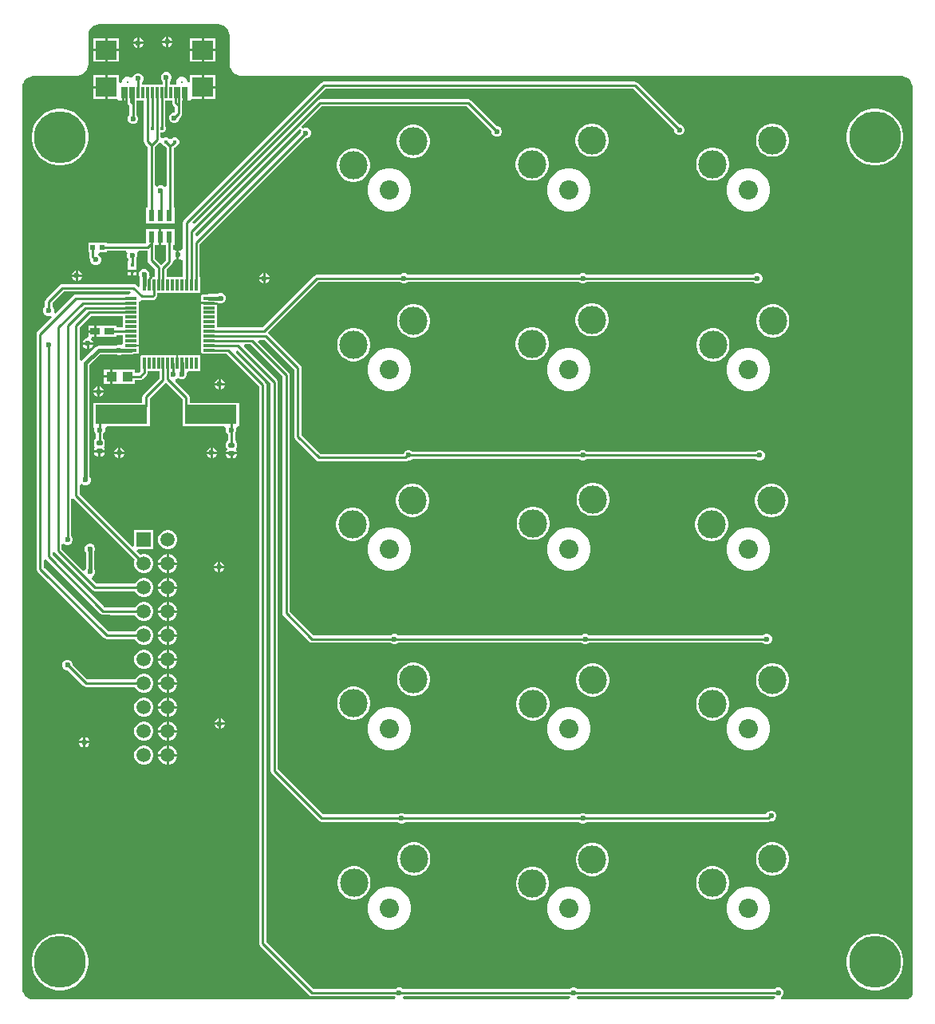
<source format=gtl>
G04*
G04 #@! TF.GenerationSoftware,Altium Limited,Altium Designer,25.8.1 (18)*
G04*
G04 Layer_Physical_Order=1*
G04 Layer_Color=255*
%FSLAX25Y25*%
%MOIN*%
G70*
G04*
G04 #@! TF.SameCoordinates,21E3043D-839F-4A9E-B38A-C3B985024D86*
G04*
G04*
G04 #@! TF.FilePolarity,Positive*
G04*
G01*
G75*
%ADD11C,0.01000*%
G04:AMPARAMS|DCode=16|XSize=21.26mil|YSize=23.62mil|CornerRadius=2.66mil|HoleSize=0mil|Usage=FLASHONLY|Rotation=90.000|XOffset=0mil|YOffset=0mil|HoleType=Round|Shape=RoundedRectangle|*
%AMROUNDEDRECTD16*
21,1,0.02126,0.01831,0,0,90.0*
21,1,0.01595,0.02362,0,0,90.0*
1,1,0.00532,0.00915,0.00797*
1,1,0.00532,0.00915,-0.00797*
1,1,0.00532,-0.00915,-0.00797*
1,1,0.00532,-0.00915,0.00797*
%
%ADD16ROUNDEDRECTD16*%
%ADD17R,0.04331X0.03937*%
%ADD18R,0.01181X0.04724*%
%ADD19R,0.04724X0.01181*%
%ADD20R,0.02362X0.04724*%
%ADD21R,0.01181X0.04528*%
%ADD22R,0.08583X0.07874*%
%ADD23R,0.01575X0.01378*%
%ADD24R,0.01870X0.01968*%
%ADD44R,0.03937X0.02953*%
%ADD45R,0.21654X0.07874*%
%ADD46C,0.01500*%
%ADD47C,0.05937*%
%ADD48C,0.01280*%
%ADD49C,0.21654*%
%ADD50R,0.05937X0.05937*%
%ADD51C,0.08051*%
%ADD52C,0.11811*%
%ADD53C,0.02362*%
%ADD54C,0.01575*%
G36*
X201693Y407480D02*
X202185D01*
X203151Y407288D01*
X204061Y406911D01*
X204880Y406364D01*
X205577Y405668D01*
X206124Y404849D01*
X206501Y403939D01*
X206693Y402973D01*
Y402480D01*
X206693D01*
Y390827D01*
X206717Y390337D01*
X206908Y389375D01*
X207283Y388470D01*
X207828Y387655D01*
X208521Y386962D01*
X209336Y386417D01*
X210242Y386042D01*
X211203Y385851D01*
X211693Y385827D01*
X487126Y385827D01*
X487618D01*
X488584Y385635D01*
X489494Y385258D01*
X490313Y384711D01*
X491010Y384014D01*
X491557Y383195D01*
X491934Y382285D01*
X492126Y381319D01*
Y380827D01*
X492126D01*
Y3032D01*
Y2733D01*
X492009Y2147D01*
X491781Y1595D01*
X491449Y1099D01*
X491027Y677D01*
X490530Y345D01*
X489979Y117D01*
X489393Y0D01*
X437208D01*
X437009Y1000D01*
X437259Y1104D01*
X437873Y1717D01*
X438205Y2519D01*
Y3387D01*
X437873Y4188D01*
X437259Y4802D01*
X436457Y5134D01*
X435590D01*
X434788Y4802D01*
X434469Y4482D01*
X351949D01*
X351629Y4802D01*
X350828Y5134D01*
X349960D01*
X349158Y4802D01*
X348838Y4482D01*
X279114D01*
X278795Y4802D01*
X277993Y5134D01*
X277125D01*
X276324Y4802D01*
X276004Y4482D01*
X241775D01*
X222002Y24256D01*
Y256890D01*
X221885Y257475D01*
X221554Y257971D01*
X209511Y270014D01*
X209840Y271099D01*
X209978Y271127D01*
X223864Y257241D01*
Y95472D01*
X223981Y94887D01*
X224312Y94391D01*
X243997Y74706D01*
X244494Y74374D01*
X245079Y74258D01*
X276988D01*
X277308Y73938D01*
X278110Y73606D01*
X278977D01*
X279779Y73938D01*
X280099Y74258D01*
X352776D01*
X353095Y73938D01*
X353897Y73606D01*
X354765D01*
X355566Y73938D01*
X355886Y74258D01*
X431804D01*
X432389Y74374D01*
X432713Y74590D01*
X433505D01*
X434306Y74923D01*
X434920Y75536D01*
X435252Y76338D01*
Y77205D01*
X434920Y78007D01*
X434306Y78621D01*
X433505Y78953D01*
X432637D01*
X431835Y78621D01*
X431222Y78007D01*
X430936Y77317D01*
X355886D01*
X355566Y77636D01*
X354765Y77969D01*
X353897D01*
X353095Y77636D01*
X352776Y77317D01*
X280099D01*
X279779Y77636D01*
X278977Y77969D01*
X278110D01*
X277308Y77636D01*
X276988Y77317D01*
X245712D01*
X226923Y96106D01*
Y257874D01*
X226807Y258459D01*
X226475Y258956D01*
X212687Y272744D01*
X213070Y273668D01*
X215311D01*
X228786Y260193D01*
Y161417D01*
X228902Y160832D01*
X229234Y160336D01*
X240060Y149509D01*
X240556Y149178D01*
X241142Y149061D01*
X274035D01*
X274355Y148741D01*
X275157Y148409D01*
X276024D01*
X276826Y148741D01*
X277146Y149061D01*
X353760D01*
X354080Y148741D01*
X354881Y148409D01*
X355749D01*
X356551Y148741D01*
X356870Y149061D01*
X429547D01*
X429867Y148741D01*
X430668Y148409D01*
X431536D01*
X432338Y148741D01*
X432951Y149355D01*
X433284Y150157D01*
Y151024D01*
X432951Y151826D01*
X432338Y152440D01*
X431536Y152772D01*
X430668D01*
X429867Y152440D01*
X429547Y152120D01*
X356870D01*
X356551Y152440D01*
X355749Y152772D01*
X354881D01*
X354080Y152440D01*
X353760Y152120D01*
X277146D01*
X276826Y152440D01*
X276024Y152772D01*
X275157D01*
X274355Y152440D01*
X274035Y152120D01*
X241775D01*
X231844Y162051D01*
Y260827D01*
X231728Y261412D01*
X231396Y261908D01*
X218593Y274712D01*
X218975Y275636D01*
X221217D01*
X233707Y263146D01*
Y235236D01*
X233823Y234651D01*
X234155Y234155D01*
X243013Y225296D01*
X243509Y224965D01*
X244094Y224849D01*
X280229D01*
X280814Y224965D01*
X281138Y225181D01*
X281930D01*
X282732Y225513D01*
X283051Y225833D01*
X352776D01*
X353095Y225513D01*
X353897Y225181D01*
X354765D01*
X355566Y225513D01*
X355886Y225833D01*
X426594D01*
X426914Y225513D01*
X427716Y225181D01*
X428583D01*
X429385Y225513D01*
X429999Y226127D01*
X430331Y226928D01*
Y227796D01*
X429999Y228598D01*
X429385Y229211D01*
X428583Y229543D01*
X427716D01*
X426914Y229211D01*
X426594Y228892D01*
X355886D01*
X355566Y229211D01*
X354765Y229543D01*
X353897D01*
X353095Y229211D01*
X352776Y228892D01*
X283051D01*
X282732Y229211D01*
X281930Y229543D01*
X281062D01*
X280261Y229211D01*
X279647Y228598D01*
X279361Y227907D01*
X244728D01*
X236766Y235870D01*
Y263779D01*
X236649Y264365D01*
X236318Y264861D01*
X222932Y278247D01*
X222879Y278787D01*
X243744Y299652D01*
X277972D01*
X278292Y299332D01*
X279094Y299000D01*
X279961D01*
X280763Y299332D01*
X281083Y299652D01*
X352776D01*
X353095Y299332D01*
X353897Y299000D01*
X354765D01*
X355566Y299332D01*
X355886Y299652D01*
X425610D01*
X425930Y299332D01*
X426731Y299000D01*
X427599D01*
X428401Y299332D01*
X429014Y299946D01*
X429347Y300747D01*
Y301615D01*
X429014Y302417D01*
X428401Y303030D01*
X427599Y303362D01*
X426731D01*
X425930Y303030D01*
X425610Y302711D01*
X355886D01*
X355566Y303030D01*
X354765Y303362D01*
X353897D01*
X353095Y303030D01*
X352776Y302711D01*
X281083D01*
X280763Y303030D01*
X279961Y303362D01*
X279094D01*
X278292Y303030D01*
X277972Y302711D01*
X243110D01*
X242525Y302594D01*
X242029Y302262D01*
X220429Y280663D01*
X201591D01*
Y285417D01*
Y290074D01*
X202554Y290757D01*
X203422D01*
X204223Y291090D01*
X204837Y291703D01*
X205169Y292505D01*
Y293372D01*
X204837Y294174D01*
X204223Y294788D01*
X203422Y295120D01*
X202554D01*
X201752Y294788D01*
X201675Y294710D01*
X198241D01*
X197558Y294574D01*
X197453Y294504D01*
X195076D01*
X194631Y294828D01*
X194307Y295272D01*
Y301787D01*
X194246D01*
Y315383D01*
X238578Y359715D01*
X239030D01*
X239832Y360048D01*
X240446Y360661D01*
X240778Y361463D01*
Y362330D01*
X240446Y363132D01*
X239832Y363746D01*
X239030Y364078D01*
X238163D01*
X237361Y363746D01*
X236723Y364481D01*
X245220Y372978D01*
X305764D01*
X316224Y362518D01*
Y362066D01*
X316557Y361264D01*
X317170Y360651D01*
X317972Y360319D01*
X318839D01*
X319641Y360651D01*
X320255Y361264D01*
X320587Y362066D01*
Y362934D01*
X320255Y363736D01*
X319641Y364349D01*
X318839Y364681D01*
X318387D01*
X307479Y375589D01*
X306983Y375921D01*
X306398Y376037D01*
X244587D01*
X244001Y375921D01*
X243505Y375589D01*
X191994Y324078D01*
X190909Y324407D01*
X190881Y324545D01*
X246696Y380360D01*
X375351D01*
X392504Y363207D01*
Y362755D01*
X392836Y361953D01*
X393449Y361340D01*
X394251Y361008D01*
X395119D01*
X395920Y361340D01*
X396534Y361953D01*
X396866Y362755D01*
Y363623D01*
X396534Y364424D01*
X395920Y365038D01*
X395119Y365370D01*
X394667D01*
X377066Y382971D01*
X376570Y383303D01*
X375984Y383419D01*
X246063D01*
X245478Y383303D01*
X244982Y382971D01*
X187698Y325688D01*
X187367Y325192D01*
X187250Y324606D01*
Y313312D01*
X186275Y312873D01*
X185539Y313177D01*
Y311024D01*
Y308870D01*
X186275Y309175D01*
X187250Y308736D01*
Y301787D01*
X180466D01*
Y304967D01*
X182581Y307081D01*
X182913Y307577D01*
X183029Y308163D01*
Y308535D01*
X183307Y308765D01*
X184029Y309081D01*
X184539Y308870D01*
Y311024D01*
Y313177D01*
X184029Y312966D01*
X183307Y313282D01*
X183029Y313512D01*
Y315068D01*
X183681D01*
Y321793D01*
X178259D01*
Y318431D01*
Y315068D01*
X179970D01*
Y308796D01*
X178037Y306863D01*
X175524Y309377D01*
Y315068D01*
X177259D01*
Y318431D01*
Y321793D01*
X171838D01*
Y315733D01*
X171807Y315703D01*
X155526D01*
Y316158D01*
X152494D01*
X151655Y316158D01*
X150655Y316158D01*
X147624D01*
Y312189D01*
X148030D01*
Y310283D01*
X148146Y309698D01*
X148478Y309202D01*
X148606Y309073D01*
Y308621D01*
X148938Y307820D01*
X149552Y307206D01*
X150354Y306874D01*
X151221D01*
X152023Y307206D01*
X152636Y307820D01*
X152969Y308621D01*
Y309489D01*
X152636Y310291D01*
X152023Y310904D01*
X151883Y310962D01*
X151834Y311189D01*
X152365Y311994D01*
X152642Y312189D01*
X155526D01*
Y312644D01*
X163488D01*
X163601Y312548D01*
X164074Y311644D01*
X163895Y311212D01*
Y310345D01*
X164227Y309543D01*
X164437Y309334D01*
X164350Y308334D01*
X164190D01*
Y304956D01*
Y304782D01*
X165978D01*
X167765D01*
Y304956D01*
Y308334D01*
X167765D01*
X167716Y309334D01*
X167925Y309543D01*
X168257Y310345D01*
Y311212D01*
X168079Y311644D01*
X168552Y312548D01*
X168664Y312644D01*
X172441D01*
X172465Y312624D01*
Y308743D01*
X172582Y308158D01*
X172913Y307662D01*
X175439Y305136D01*
Y301787D01*
X173621D01*
X173181Y302446D01*
Y303313D01*
X172849Y304115D01*
X172235Y304729D01*
X171434Y305061D01*
X170566D01*
X169764Y304729D01*
X169151Y304115D01*
X168819Y303313D01*
Y302446D01*
X169151Y301644D01*
X169247Y301548D01*
Y298457D01*
X169333Y298023D01*
X168480Y297462D01*
X167617Y298325D01*
X167121Y298657D01*
X166535Y298774D01*
X136819D01*
X136234Y298657D01*
X135738Y298325D01*
X130021Y292609D01*
X129689Y292112D01*
X129573Y291527D01*
Y289350D01*
X129253Y289031D01*
X128921Y288229D01*
Y287361D01*
X129253Y286560D01*
X129867Y285946D01*
X130668Y285614D01*
X131536D01*
X131719Y285690D01*
X132286Y284842D01*
X126478Y279034D01*
X126146Y278538D01*
X126030Y277953D01*
Y179921D01*
X126146Y179336D01*
X126478Y178840D01*
X154273Y151044D01*
X154769Y150713D01*
X155354Y150597D01*
X167167D01*
X167168Y150594D01*
X167691Y149689D01*
X168429Y148950D01*
X169334Y148428D01*
X170344Y148158D01*
X171389D01*
X172398Y148428D01*
X173303Y148950D01*
X174042Y149689D01*
X174564Y150594D01*
X174835Y151603D01*
Y152648D01*
X174564Y153658D01*
X174042Y154563D01*
X173303Y155302D01*
X172398Y155824D01*
X171389Y156095D01*
X170344D01*
X169334Y155824D01*
X168429Y155302D01*
X167691Y154563D01*
X167168Y153658D01*
X167167Y153655D01*
X155988D01*
X129088Y180555D01*
Y183554D01*
X129802Y183863D01*
X130088Y183890D01*
X152856Y161123D01*
X153352Y160792D01*
X153937Y160675D01*
X156770D01*
X157165Y160597D01*
X167167D01*
X167168Y160594D01*
X167691Y159689D01*
X168429Y158950D01*
X169334Y158428D01*
X170344Y158158D01*
X171389D01*
X172398Y158428D01*
X173303Y158950D01*
X174042Y159689D01*
X174564Y160594D01*
X174835Y161603D01*
Y162648D01*
X174564Y163658D01*
X174042Y164563D01*
X173303Y165302D01*
X172398Y165824D01*
X171389Y166095D01*
X170344D01*
X169334Y165824D01*
X168429Y165302D01*
X167691Y164563D01*
X167168Y163658D01*
X167167Y163655D01*
X157482D01*
X157087Y163734D01*
X154570D01*
X132632Y185673D01*
Y186691D01*
X133626Y186816D01*
X133958Y186320D01*
X149233Y171045D01*
X149730Y170713D01*
X150315Y170597D01*
X167167D01*
X167168Y170594D01*
X167691Y169689D01*
X168429Y168950D01*
X169334Y168428D01*
X170344Y168157D01*
X171389D01*
X172398Y168428D01*
X173303Y168950D01*
X174042Y169689D01*
X174564Y170594D01*
X174835Y171604D01*
Y172648D01*
X174564Y173658D01*
X174042Y174563D01*
X173303Y175302D01*
X172398Y175824D01*
X171389Y176094D01*
X170344D01*
X169334Y175824D01*
X168429Y175302D01*
X167691Y174563D01*
X167168Y173658D01*
X167167Y173655D01*
X150949D01*
X148969Y175635D01*
X149283Y176735D01*
X149661Y176891D01*
X150274Y177505D01*
X150606Y178306D01*
Y179174D01*
X150274Y179976D01*
X150209Y180040D01*
Y186889D01*
X150274Y186953D01*
X150606Y187755D01*
Y188623D01*
X150274Y189425D01*
X149661Y190038D01*
X148859Y190370D01*
X147991D01*
X147190Y190038D01*
X146576Y189425D01*
X146244Y188623D01*
Y187755D01*
X146576Y186953D01*
X146641Y186889D01*
Y180040D01*
X146576Y179976D01*
X146420Y179598D01*
X145320Y179284D01*
X136569Y188035D01*
Y190035D01*
X137569Y190449D01*
X137741Y190277D01*
X138542Y189945D01*
X139410D01*
X140212Y190277D01*
X140825Y190891D01*
X141157Y191692D01*
Y192560D01*
X140825Y193361D01*
X140506Y193681D01*
Y208987D01*
X141219Y209296D01*
X141506Y209324D01*
X167169Y183660D01*
X167168Y183658D01*
X166898Y182648D01*
Y181604D01*
X167168Y180594D01*
X167691Y179689D01*
X168429Y178950D01*
X169334Y178428D01*
X170344Y178157D01*
X171389D01*
X172398Y178428D01*
X173303Y178950D01*
X174042Y179689D01*
X174564Y180594D01*
X174835Y181604D01*
Y182648D01*
X174564Y183658D01*
X174042Y184563D01*
X173303Y185302D01*
X172398Y185824D01*
X171389Y186094D01*
X170344D01*
X169334Y185824D01*
X169332Y185823D01*
X167921Y187234D01*
X168304Y188157D01*
X174835D01*
Y196095D01*
X166898D01*
Y189564D01*
X165974Y189181D01*
X144049Y211106D01*
Y214903D01*
X145049Y215317D01*
X145198Y215168D01*
X146000Y214836D01*
X146867D01*
X147669Y215168D01*
X148283Y215782D01*
X148615Y216583D01*
Y217451D01*
X148283Y218253D01*
X148218Y218318D01*
Y264986D01*
X152733Y269501D01*
X159266D01*
X159331Y269436D01*
X160133Y269104D01*
X161001D01*
X161802Y269436D01*
X161854Y269488D01*
X165539D01*
X166221Y269624D01*
X166289Y269669D01*
X168704D01*
X169149Y269346D01*
X169473Y268901D01*
Y262580D01*
X168658Y261766D01*
X167142D01*
Y263205D01*
X161449D01*
X160811Y263205D01*
X159811Y263205D01*
X157783D01*
Y260236D01*
Y257268D01*
X159811D01*
X160449Y257268D01*
X161449Y257268D01*
X167142D01*
Y258707D01*
X169291D01*
X169877Y258823D01*
X170373Y259155D01*
X172144Y260927D01*
X172476Y261423D01*
X172592Y262008D01*
Y262386D01*
X177408D01*
Y259498D01*
X170698Y252788D01*
X170366Y252292D01*
X170250Y251707D01*
Y249254D01*
X149626D01*
Y239380D01*
X149626D01*
X150274Y238395D01*
Y237527D01*
X150606Y236725D01*
X150833Y236499D01*
Y234319D01*
X150534Y234119D01*
X150254Y233701D01*
X150156Y233207D01*
Y231612D01*
X150254Y231118D01*
X150528Y230709D01*
X150254Y230299D01*
X150156Y229805D01*
Y229508D01*
X152362D01*
X154568D01*
Y229805D01*
X154470Y230299D01*
X154196Y230709D01*
X154470Y231118D01*
X154568Y231612D01*
Y233207D01*
X154470Y233701D01*
X154190Y234119D01*
X153892Y234319D01*
Y236313D01*
X154305Y236725D01*
X154637Y237527D01*
Y238395D01*
X155311Y239380D01*
X173279D01*
Y247606D01*
X173309Y247754D01*
Y251073D01*
X179998Y257762D01*
X186998Y250762D01*
Y247754D01*
X187027Y247606D01*
Y239380D01*
X204463D01*
X205132Y238380D01*
X205097Y238296D01*
Y237429D01*
X205429Y236627D01*
X205951Y236105D01*
Y233531D01*
X205652Y233332D01*
X205373Y232913D01*
X205274Y232419D01*
Y230825D01*
X205373Y230331D01*
X205646Y229921D01*
X205373Y229512D01*
X205274Y229018D01*
Y228720D01*
X207480D01*
X209686D01*
Y229018D01*
X209588Y229512D01*
X209314Y229921D01*
X209588Y230331D01*
X209686Y230825D01*
Y232419D01*
X209588Y232913D01*
X209308Y233332D01*
X209010Y233531D01*
Y236509D01*
X209127Y236627D01*
X209459Y237429D01*
Y238296D01*
X209425Y238380D01*
X210093Y239380D01*
X210681D01*
Y249254D01*
X190057D01*
Y251395D01*
X189940Y251980D01*
X189609Y252477D01*
X184037Y258049D01*
X184271Y259228D01*
X184440Y259298D01*
X185025Y259884D01*
X185512Y259397D01*
X186314Y259065D01*
X187182D01*
X187983Y259397D01*
X188597Y260010D01*
X188929Y260812D01*
Y261680D01*
X189401Y262386D01*
X194307D01*
Y268901D01*
X194631Y269346D01*
X195076Y269669D01*
X201591D01*
Y269730D01*
X205469D01*
X218943Y256256D01*
Y23622D01*
X219059Y23037D01*
X219391Y22541D01*
X240060Y1871D01*
X240556Y1540D01*
X241142Y1423D01*
X275746D01*
X276148Y1000D01*
X275718Y0D01*
X124586D01*
X123620Y192D01*
X122710Y569D01*
X121891Y1116D01*
X121195Y1813D01*
X120648Y2632D01*
X120271Y3542D01*
X120079Y4507D01*
Y5000D01*
X120079Y5000D01*
X120079Y380827D01*
Y381319D01*
X120271Y382285D01*
X120648Y383195D01*
X121195Y384014D01*
X121891Y384711D01*
X122710Y385258D01*
X123620Y385635D01*
X124586Y385827D01*
X125079D01*
Y385827D01*
X142638D01*
X143128Y385851D01*
X144089Y386042D01*
X144995Y386417D01*
X145810Y386962D01*
X146503Y387655D01*
X147047Y388470D01*
X147423Y389375D01*
X147614Y390337D01*
X147638Y390827D01*
X147638Y402973D01*
X147830Y403939D01*
X148207Y404849D01*
X148754Y405668D01*
X149451Y406364D01*
X150269Y406911D01*
X151179Y407288D01*
X152145Y407480D01*
X152638D01*
Y407480D01*
X201693Y407480D01*
D02*
G37*
G36*
X236748Y363132D02*
X236416Y362330D01*
Y361878D01*
X193201Y318664D01*
X192277Y319047D01*
Y320036D01*
X236012Y363770D01*
X236748Y363132D01*
D02*
G37*
G36*
X194543Y294739D02*
X194866Y294295D01*
Y291323D01*
X197490D01*
X197558Y291277D01*
X198228Y291144D01*
Y290567D01*
X194866D01*
Y289354D01*
Y285417D01*
Y281480D01*
Y277543D01*
Y273606D01*
Y269879D01*
X194543Y269434D01*
X194098Y269110D01*
X185220D01*
Y266533D01*
X185131Y266399D01*
X185001Y265748D01*
X184476D01*
X184465Y265805D01*
Y269110D01*
X169682D01*
X169237Y269434D01*
X168913Y269879D01*
Y271638D01*
Y272851D01*
X166327D01*
X166221Y272921D01*
X165551Y273054D01*
Y273606D01*
X168913D01*
Y275575D01*
Y279512D01*
Y283449D01*
Y287386D01*
Y291473D01*
X169033Y291641D01*
X169913Y292204D01*
X170079Y292171D01*
X174414D01*
X174999Y292288D01*
X175496Y292619D01*
X176082Y293205D01*
X176413Y293701D01*
X176529Y294287D01*
Y295063D01*
X194098D01*
X194543Y294739D01*
D02*
G37*
G36*
X165366Y295504D02*
X164832Y294504D01*
X162189D01*
Y294443D01*
X142520D01*
X141934Y294326D01*
X141438Y293995D01*
X134055Y286612D01*
X133208Y287178D01*
X133283Y287361D01*
Y288229D01*
X132951Y289031D01*
X132632Y289350D01*
Y290894D01*
X137453Y295715D01*
X165225D01*
X165366Y295504D01*
D02*
G37*
G36*
X162189Y280663D02*
X159465D01*
Y281610D01*
X151091D01*
Y279134D01*
Y276658D01*
X159465D01*
Y277605D01*
X162189D01*
Y274054D01*
X161417Y273438D01*
X161189Y273388D01*
X161001Y273466D01*
X160133D01*
X159331Y273134D01*
X159266Y273069D01*
X151994D01*
X151994Y273069D01*
X151311Y272934D01*
X150732Y272547D01*
X150732Y272547D01*
X145172Y266986D01*
X145049Y266803D01*
X144049Y267106D01*
Y280863D01*
X148665Y285478D01*
X162189D01*
Y280663D01*
D02*
G37*
G36*
X434612Y1000D02*
X434183Y0D01*
X352235D01*
X351805Y1000D01*
X352207Y1423D01*
X434210D01*
X434612Y1000D01*
D02*
G37*
G36*
X348982D02*
X348553Y0D01*
X279400D01*
X278970Y1000D01*
X279372Y1423D01*
X348580D01*
X348982Y1000D01*
D02*
G37*
%LPC*%
G36*
X181209Y402154D02*
Y400500D01*
X182862D01*
X182558Y401235D01*
X181944Y401849D01*
X181209Y402154D01*
D02*
G37*
G36*
X180209D02*
X179473Y401849D01*
X178860Y401235D01*
X178555Y400500D01*
X180209D01*
Y402154D01*
D02*
G37*
G36*
X169004Y401760D02*
Y400106D01*
X170658D01*
X170353Y400842D01*
X169739Y401455D01*
X169004Y401760D01*
D02*
G37*
G36*
X168004D02*
X167269Y401455D01*
X166655Y400842D01*
X166350Y400106D01*
X168004D01*
Y401760D01*
D02*
G37*
G36*
X182862Y399500D02*
X181209D01*
Y397846D01*
X181944Y398151D01*
X182558Y398764D01*
X182862Y399500D01*
D02*
G37*
G36*
X180209D02*
X178555D01*
X178860Y398764D01*
X179473Y398151D01*
X180209Y397846D01*
Y399500D01*
D02*
G37*
G36*
X170658Y399106D02*
X169004D01*
Y397453D01*
X169739Y397757D01*
X170353Y398371D01*
X170658Y399106D01*
D02*
G37*
G36*
X168004D02*
X166350D01*
X166655Y398371D01*
X167269Y397757D01*
X168004Y397453D01*
Y399106D01*
D02*
G37*
G36*
X200740Y401525D02*
X195949D01*
Y397088D01*
X200740D01*
Y401525D01*
D02*
G37*
G36*
X160504D02*
X155712D01*
Y397088D01*
X160504D01*
Y401525D01*
D02*
G37*
G36*
X154712D02*
X149921D01*
Y397088D01*
X154712D01*
Y401525D01*
D02*
G37*
G36*
X194949D02*
X190157D01*
Y397088D01*
X194949D01*
Y401525D01*
D02*
G37*
G36*
X200740Y396088D02*
X195949D01*
Y391651D01*
X200740D01*
Y396088D01*
D02*
G37*
G36*
X194949D02*
X190157D01*
Y391651D01*
X194949D01*
Y396088D01*
D02*
G37*
G36*
X160504D02*
X155712D01*
Y391651D01*
X160504D01*
Y396088D01*
D02*
G37*
G36*
X154712D02*
X149921D01*
Y391651D01*
X154712D01*
Y396088D01*
D02*
G37*
G36*
X180686Y387344D02*
X179818D01*
X179016Y387012D01*
X178403Y386399D01*
X178071Y385597D01*
Y384729D01*
X178403Y383927D01*
X178722Y383608D01*
Y382116D01*
X169970D01*
Y383116D01*
X170290Y383435D01*
X170622Y384237D01*
Y385105D01*
X170290Y385906D01*
X169676Y386520D01*
X168875Y386852D01*
X168007D01*
X167205Y386520D01*
X166592Y385906D01*
X166351Y385324D01*
X165626Y385039D01*
X165260Y385001D01*
X165244Y385017D01*
X164406Y385364D01*
X163499D01*
X162661Y385017D01*
X162020Y384376D01*
X161673Y383538D01*
Y383347D01*
X161153Y382910D01*
X160638Y383058D01*
X160504Y383169D01*
Y386053D01*
X155712D01*
Y381116D01*
Y376179D01*
X159796D01*
X160551Y375588D01*
X161259Y375588D01*
X161642D01*
Y378852D01*
X162642D01*
Y375588D01*
X163762D01*
Y375020D01*
X163878Y374435D01*
X164210Y373939D01*
X164795Y373353D01*
X164844Y373321D01*
Y369395D01*
X164525Y369076D01*
X164193Y368274D01*
Y367406D01*
X164525Y366605D01*
X165138Y365991D01*
X165940Y365659D01*
X166808D01*
X167609Y365991D01*
X168223Y366605D01*
X168555Y367406D01*
Y368274D01*
X168223Y369076D01*
X167903Y369395D01*
Y375588D01*
X170848D01*
Y358391D01*
X170965Y357806D01*
X171296Y357310D01*
X172490Y356116D01*
Y330848D01*
X171838D01*
Y324124D01*
X183681D01*
Y330848D01*
X183413D01*
Y345233D01*
X183459Y345465D01*
Y355686D01*
X183719Y355945D01*
X183739Y355976D01*
X184283Y356520D01*
X184906Y356778D01*
X185409Y357280D01*
X185681Y357937D01*
Y358648D01*
X185409Y359305D01*
X184906Y359808D01*
X184249Y360080D01*
X183538D01*
X182881Y359808D01*
X182503Y359430D01*
X181925Y359360D01*
X181347Y359430D01*
X180969Y359808D01*
X180312Y360080D01*
X179601D01*
X178944Y359808D01*
X178844Y359708D01*
X177844Y360123D01*
Y362041D01*
X177985Y362135D01*
X178696D01*
X179353Y362407D01*
X179856Y362910D01*
X180128Y363567D01*
Y364278D01*
X179856Y364935D01*
X179841Y364949D01*
Y375588D01*
X182659D01*
Y374632D01*
X182776Y374046D01*
X183107Y373550D01*
X183841Y372817D01*
Y370639D01*
X183616Y370415D01*
X183164D01*
X182363Y370083D01*
X181749Y369469D01*
X181417Y368668D01*
Y367800D01*
X181749Y366998D01*
X182363Y366385D01*
X183164Y366053D01*
X184032D01*
X184834Y366385D01*
X185447Y366998D01*
X185779Y367800D01*
Y368252D01*
X186451Y368924D01*
X186783Y369420D01*
X186899Y370005D01*
Y373450D01*
Y375588D01*
X188020D01*
Y378852D01*
X189020D01*
Y375588D01*
X190110D01*
X190865Y376179D01*
X191110D01*
X194949D01*
Y381116D01*
Y386053D01*
X190157D01*
Y383169D01*
X190023Y383058D01*
X189508Y382910D01*
X188988Y383347D01*
Y383538D01*
X188641Y384376D01*
X188000Y385017D01*
X187162Y385364D01*
X186255D01*
X185417Y385017D01*
X184776Y384376D01*
X184429Y383538D01*
Y382631D01*
X184085Y382116D01*
X181781D01*
Y383608D01*
X182101Y383927D01*
X182433Y384729D01*
Y385597D01*
X182101Y386399D01*
X181487Y387012D01*
X180686Y387344D01*
D02*
G37*
G36*
X200740Y386053D02*
X195949D01*
Y381616D01*
X200740D01*
Y386053D01*
D02*
G37*
G36*
X154712D02*
X149921D01*
Y381616D01*
X154712D01*
Y386053D01*
D02*
G37*
G36*
X200740Y380616D02*
X195949D01*
Y376179D01*
X200740D01*
Y380616D01*
D02*
G37*
G36*
X154712D02*
X149921D01*
Y376179D01*
X154712D01*
Y380616D01*
D02*
G37*
G36*
X358849Y365843D02*
X357489D01*
X356155Y365577D01*
X354898Y365057D01*
X353767Y364301D01*
X352805Y363339D01*
X352050Y362208D01*
X351529Y360951D01*
X351264Y359617D01*
Y358257D01*
X351529Y356923D01*
X352050Y355666D01*
X352805Y354535D01*
X353767Y353573D01*
X354898Y352817D01*
X356155Y352297D01*
X357489Y352031D01*
X358849D01*
X360184Y352297D01*
X361440Y352817D01*
X362571Y353573D01*
X363533Y354535D01*
X364289Y355666D01*
X364809Y356923D01*
X365075Y358257D01*
Y359617D01*
X364809Y360951D01*
X364289Y362208D01*
X363533Y363339D01*
X362571Y364301D01*
X361440Y365057D01*
X360184Y365577D01*
X358849Y365843D01*
D02*
G37*
G36*
X434243Y365843D02*
X432883D01*
X431549Y365577D01*
X430292Y365057D01*
X429161Y364301D01*
X428199Y363339D01*
X427443Y362208D01*
X426923Y360951D01*
X426657Y359617D01*
Y358257D01*
X426923Y356923D01*
X427443Y355666D01*
X428199Y354535D01*
X429161Y353573D01*
X430292Y352817D01*
X431549Y352297D01*
X432883Y352031D01*
X434243D01*
X435577Y352297D01*
X436834Y352817D01*
X437965Y353573D01*
X438927Y354535D01*
X439683Y355666D01*
X440203Y356923D01*
X440469Y358257D01*
Y359617D01*
X440203Y360951D01*
X439683Y362208D01*
X438927Y363339D01*
X437965Y364301D01*
X436834Y365057D01*
X435577Y365577D01*
X434243Y365843D01*
D02*
G37*
G36*
X284145Y365331D02*
X282784D01*
X281450Y365065D01*
X280194Y364545D01*
X279063Y363789D01*
X278101Y362827D01*
X277345Y361696D01*
X276824Y360439D01*
X276559Y359105D01*
Y357745D01*
X276824Y356411D01*
X277345Y355154D01*
X278101Y354023D01*
X279063Y353061D01*
X280194Y352306D01*
X281450Y351785D01*
X282784Y351520D01*
X284145D01*
X285479Y351785D01*
X286736Y352306D01*
X287867Y353061D01*
X288828Y354023D01*
X289584Y355154D01*
X290105Y356411D01*
X290370Y357745D01*
Y359105D01*
X290105Y360439D01*
X289584Y361696D01*
X288828Y362827D01*
X287867Y363789D01*
X286736Y364545D01*
X285479Y365065D01*
X284145Y365331D01*
D02*
G37*
G36*
X477309Y372063D02*
X475447D01*
X473608Y371772D01*
X471838Y371197D01*
X470179Y370351D01*
X468673Y369257D01*
X467357Y367941D01*
X466263Y366435D01*
X465418Y364776D01*
X464842Y363006D01*
X464551Y361167D01*
Y359305D01*
X464842Y357467D01*
X465418Y355696D01*
X466263Y354038D01*
X467357Y352532D01*
X468673Y351215D01*
X470179Y350121D01*
X471838Y349276D01*
X473608Y348701D01*
X475447Y348410D01*
X477309D01*
X479147Y348701D01*
X480918Y349276D01*
X482577Y350121D01*
X484083Y351215D01*
X485399Y352532D01*
X486493Y354038D01*
X487338Y355696D01*
X487914Y357467D01*
X488205Y359305D01*
Y361167D01*
X487914Y363006D01*
X487338Y364776D01*
X486493Y366435D01*
X485399Y367941D01*
X484083Y369257D01*
X482577Y370351D01*
X480918Y371197D01*
X479147Y371772D01*
X477309Y372063D01*
D02*
G37*
G36*
X136758D02*
X134896D01*
X133057Y371772D01*
X131287Y371197D01*
X129628Y370351D01*
X128122Y369257D01*
X126806Y367941D01*
X125712Y366435D01*
X124866Y364776D01*
X124291Y363006D01*
X124000Y361167D01*
Y359305D01*
X124291Y357467D01*
X124866Y355696D01*
X125712Y354038D01*
X126806Y352532D01*
X128122Y351215D01*
X129628Y350121D01*
X131287Y349276D01*
X133057Y348701D01*
X134896Y348410D01*
X136758D01*
X138596Y348701D01*
X140367Y349276D01*
X142025Y350121D01*
X143531Y351215D01*
X144848Y352532D01*
X145942Y354038D01*
X146787Y355696D01*
X147362Y357467D01*
X147653Y359305D01*
Y361167D01*
X147362Y363006D01*
X146787Y364776D01*
X145942Y366435D01*
X144848Y367941D01*
X143531Y369257D01*
X142025Y370351D01*
X140367Y371197D01*
X138596Y371772D01*
X136758Y372063D01*
D02*
G37*
G36*
X333849Y355842D02*
X332489D01*
X331155Y355577D01*
X329898Y355057D01*
X328767Y354301D01*
X327805Y353339D01*
X327050Y352208D01*
X326529Y350951D01*
X326264Y349617D01*
Y348257D01*
X326529Y346923D01*
X327050Y345666D01*
X327805Y344535D01*
X328767Y343573D01*
X329898Y342817D01*
X331155Y342297D01*
X332489Y342032D01*
X333849D01*
X335184Y342297D01*
X336440Y342817D01*
X337571Y343573D01*
X338533Y344535D01*
X339289Y345666D01*
X339809Y346923D01*
X340075Y348257D01*
Y349617D01*
X339809Y350951D01*
X339289Y352208D01*
X338533Y353339D01*
X337571Y354301D01*
X336440Y355057D01*
X335184Y355577D01*
X333849Y355842D01*
D02*
G37*
G36*
X409243Y355842D02*
X407883D01*
X406549Y355577D01*
X405292Y355057D01*
X404161Y354301D01*
X403199Y353339D01*
X402443Y352208D01*
X401923Y350951D01*
X401657Y349617D01*
Y348257D01*
X401923Y346923D01*
X402443Y345666D01*
X403199Y344535D01*
X404161Y343573D01*
X405292Y342817D01*
X406549Y342297D01*
X407883Y342032D01*
X409243D01*
X410577Y342297D01*
X411834Y342817D01*
X412965Y343573D01*
X413927Y344535D01*
X414683Y345666D01*
X415203Y346923D01*
X415469Y348257D01*
Y349617D01*
X415203Y350951D01*
X414683Y352208D01*
X413927Y353339D01*
X412965Y354301D01*
X411834Y355057D01*
X410577Y355577D01*
X409243Y355842D01*
D02*
G37*
G36*
X259145Y355331D02*
X257784D01*
X256450Y355065D01*
X255194Y354545D01*
X254063Y353789D01*
X253101Y352827D01*
X252345Y351696D01*
X251824Y350440D01*
X251559Y349105D01*
Y347745D01*
X251824Y346411D01*
X252345Y345154D01*
X253101Y344023D01*
X254063Y343061D01*
X255194Y342306D01*
X256450Y341785D01*
X257784Y341520D01*
X259145D01*
X260479Y341785D01*
X261736Y342306D01*
X262867Y343061D01*
X263828Y344023D01*
X264584Y345154D01*
X265105Y346411D01*
X265370Y347745D01*
Y349105D01*
X265105Y350440D01*
X264584Y351696D01*
X263828Y352827D01*
X262867Y353789D01*
X261736Y354545D01*
X260479Y355065D01*
X259145Y355331D01*
D02*
G37*
G36*
X424317Y347239D02*
X422534D01*
X420785Y346891D01*
X419138Y346209D01*
X417656Y345219D01*
X416396Y343958D01*
X415405Y342476D01*
X414723Y340829D01*
X414375Y339080D01*
Y337298D01*
X414723Y335549D01*
X415405Y333902D01*
X416396Y332420D01*
X417656Y331159D01*
X419138Y330169D01*
X420785Y329487D01*
X422534Y329139D01*
X424317D01*
X426065Y329487D01*
X427712Y330169D01*
X429194Y331159D01*
X430455Y332420D01*
X431445Y333902D01*
X432127Y335549D01*
X432475Y337298D01*
Y339080D01*
X432127Y340829D01*
X431445Y342476D01*
X430455Y343958D01*
X429194Y345219D01*
X427712Y346209D01*
X426065Y346891D01*
X424317Y347239D01*
D02*
G37*
G36*
X349317D02*
X347534D01*
X345785Y346891D01*
X344138Y346209D01*
X342656Y345219D01*
X341396Y343958D01*
X340405Y342476D01*
X339723Y340829D01*
X339375Y339080D01*
Y337298D01*
X339723Y335549D01*
X340405Y333902D01*
X341396Y332420D01*
X342656Y331159D01*
X344138Y330169D01*
X345785Y329487D01*
X347534Y329139D01*
X349317D01*
X351065Y329487D01*
X352712Y330169D01*
X354194Y331159D01*
X355455Y332420D01*
X356445Y333902D01*
X357127Y335549D01*
X357475Y337298D01*
Y339080D01*
X357127Y340829D01*
X356445Y342476D01*
X355455Y343958D01*
X354194Y345219D01*
X352712Y346209D01*
X351065Y346891D01*
X349317Y347239D01*
D02*
G37*
G36*
X274317D02*
X272534D01*
X270785Y346891D01*
X269138Y346209D01*
X267656Y345219D01*
X266396Y343958D01*
X265405Y342476D01*
X264723Y340829D01*
X264375Y339080D01*
Y337298D01*
X264723Y335549D01*
X265405Y333902D01*
X266396Y332420D01*
X267656Y331159D01*
X269138Y330169D01*
X270785Y329487D01*
X272534Y329139D01*
X274317D01*
X276065Y329487D01*
X277712Y330169D01*
X279194Y331159D01*
X280455Y332420D01*
X281445Y333902D01*
X282127Y335549D01*
X282475Y337298D01*
Y339080D01*
X282127Y340829D01*
X281445Y342476D01*
X280455Y343958D01*
X279194Y345219D01*
X277712Y346209D01*
X276065Y346891D01*
X274317Y347239D01*
D02*
G37*
G36*
X143413Y304516D02*
Y302862D01*
X145067D01*
X144762Y303598D01*
X144149Y304211D01*
X143413Y304516D01*
D02*
G37*
G36*
X142413D02*
X141678Y304211D01*
X141064Y303598D01*
X140760Y302862D01*
X142413D01*
Y304516D01*
D02*
G37*
G36*
X167765Y303782D02*
X166478D01*
Y302593D01*
X167765D01*
Y303782D01*
D02*
G37*
G36*
X165478D02*
X164190D01*
Y302593D01*
X165478D01*
Y303782D01*
D02*
G37*
G36*
X221760Y303335D02*
Y301681D01*
X223413D01*
X223109Y302417D01*
X222495Y303030D01*
X221760Y303335D01*
D02*
G37*
G36*
X220760D02*
X220024Y303030D01*
X219411Y302417D01*
X219106Y301681D01*
X220760D01*
Y303335D01*
D02*
G37*
G36*
X145067Y301862D02*
X143413D01*
Y300208D01*
X144149Y300513D01*
X144762Y301127D01*
X145067Y301862D01*
D02*
G37*
G36*
X142413D02*
X140760D01*
X141064Y301127D01*
X141678Y300513D01*
X142413Y300208D01*
Y301862D01*
D02*
G37*
G36*
X223413Y300681D02*
X221760D01*
Y299027D01*
X222495Y299332D01*
X223109Y299946D01*
X223413Y300681D01*
D02*
G37*
G36*
X220760D02*
X219106D01*
X219411Y299946D01*
X220024Y299332D01*
X220760Y299027D01*
Y300681D01*
D02*
G37*
G36*
X358849Y290843D02*
X357489D01*
X356155Y290577D01*
X354898Y290057D01*
X353767Y289301D01*
X352805Y288339D01*
X352050Y287208D01*
X351529Y285951D01*
X351264Y284617D01*
Y283257D01*
X351529Y281923D01*
X352050Y280666D01*
X352805Y279535D01*
X353767Y278573D01*
X354898Y277817D01*
X356155Y277297D01*
X357489Y277031D01*
X358849D01*
X360184Y277297D01*
X361440Y277817D01*
X362571Y278573D01*
X363533Y279535D01*
X364289Y280666D01*
X364809Y281923D01*
X365075Y283257D01*
Y284617D01*
X364809Y285951D01*
X364289Y287208D01*
X363533Y288339D01*
X362571Y289301D01*
X361440Y290057D01*
X360184Y290577D01*
X358849Y290843D01*
D02*
G37*
G36*
X284243Y290449D02*
X282883D01*
X281549Y290183D01*
X280292Y289663D01*
X279161Y288907D01*
X278199Y287945D01*
X277443Y286814D01*
X276923Y285558D01*
X276658Y284223D01*
Y282863D01*
X276923Y281529D01*
X277443Y280272D01*
X278199Y279141D01*
X279161Y278179D01*
X280292Y277424D01*
X281549Y276903D01*
X282883Y276638D01*
X284243D01*
X285577Y276903D01*
X286834Y277424D01*
X287965Y278179D01*
X288927Y279141D01*
X289683Y280272D01*
X290203Y281529D01*
X290469Y282863D01*
Y284223D01*
X290203Y285558D01*
X289683Y286814D01*
X288927Y287945D01*
X287965Y288907D01*
X286834Y289663D01*
X285577Y290183D01*
X284243Y290449D01*
D02*
G37*
G36*
X434342Y290331D02*
X432981D01*
X431647Y290065D01*
X430390Y289545D01*
X429259Y288789D01*
X428298Y287827D01*
X427542Y286696D01*
X427021Y285439D01*
X426756Y284105D01*
Y282745D01*
X427021Y281411D01*
X427542Y280154D01*
X428298Y279023D01*
X429259Y278061D01*
X430390Y277306D01*
X431647Y276785D01*
X432981Y276520D01*
X434342D01*
X435676Y276785D01*
X436932Y277306D01*
X438063Y278061D01*
X439025Y279023D01*
X439781Y280154D01*
X440302Y281411D01*
X440567Y282745D01*
Y284105D01*
X440302Y285439D01*
X439781Y286696D01*
X439025Y287827D01*
X438063Y288789D01*
X436932Y289545D01*
X435676Y290065D01*
X434342Y290331D01*
D02*
G37*
G36*
X333849Y280842D02*
X332489D01*
X331155Y280577D01*
X329898Y280057D01*
X328767Y279301D01*
X327805Y278339D01*
X327050Y277208D01*
X326529Y275951D01*
X326264Y274617D01*
Y273257D01*
X326529Y271923D01*
X327050Y270666D01*
X327805Y269535D01*
X328767Y268573D01*
X329898Y267817D01*
X331155Y267297D01*
X332489Y267032D01*
X333849D01*
X335184Y267297D01*
X336440Y267817D01*
X337571Y268573D01*
X338533Y269535D01*
X339289Y270666D01*
X339809Y271923D01*
X340075Y273257D01*
Y274617D01*
X339809Y275951D01*
X339289Y277208D01*
X338533Y278339D01*
X337571Y279301D01*
X336440Y280057D01*
X335184Y280577D01*
X333849Y280842D01*
D02*
G37*
G36*
X259243Y280449D02*
X257883D01*
X256549Y280183D01*
X255292Y279663D01*
X254161Y278907D01*
X253199Y277945D01*
X252443Y276814D01*
X251923Y275558D01*
X251658Y274223D01*
Y272863D01*
X251923Y271529D01*
X252443Y270272D01*
X253199Y269141D01*
X254161Y268179D01*
X255292Y267424D01*
X256549Y266903D01*
X257883Y266638D01*
X259243D01*
X260577Y266903D01*
X261834Y267424D01*
X262965Y268179D01*
X263927Y269141D01*
X264683Y270272D01*
X265203Y271529D01*
X265469Y272863D01*
Y274223D01*
X265203Y275558D01*
X264683Y276814D01*
X263927Y277945D01*
X262965Y278907D01*
X261834Y279663D01*
X260577Y280183D01*
X259243Y280449D01*
D02*
G37*
G36*
X409342Y280331D02*
X407981D01*
X406647Y280065D01*
X405390Y279545D01*
X404259Y278789D01*
X403298Y277827D01*
X402542Y276696D01*
X402021Y275440D01*
X401756Y274105D01*
Y272745D01*
X402021Y271411D01*
X402542Y270154D01*
X403298Y269023D01*
X404259Y268061D01*
X405390Y267306D01*
X406647Y266785D01*
X407981Y266520D01*
X409342D01*
X410676Y266785D01*
X411932Y267306D01*
X413063Y268061D01*
X414025Y269023D01*
X414781Y270154D01*
X415302Y271411D01*
X415567Y272745D01*
Y274105D01*
X415302Y275440D01*
X414781Y276696D01*
X414025Y277827D01*
X413063Y278789D01*
X411932Y279545D01*
X410676Y280065D01*
X409342Y280331D01*
D02*
G37*
G36*
X156783Y263205D02*
X154118D01*
Y260736D01*
X156783D01*
Y263205D01*
D02*
G37*
G36*
X203047Y259134D02*
Y257480D01*
X204701D01*
X204397Y258216D01*
X203783Y258829D01*
X203047Y259134D01*
D02*
G37*
G36*
X202047D02*
X201312Y258829D01*
X200698Y258216D01*
X200394Y257480D01*
X202047D01*
Y259134D01*
D02*
G37*
G36*
X156783Y259736D02*
X154118D01*
Y257268D01*
X156783D01*
Y259736D01*
D02*
G37*
G36*
X204701Y256480D02*
X203047D01*
Y254827D01*
X203783Y255131D01*
X204397Y255745D01*
X204701Y256480D01*
D02*
G37*
G36*
X202047D02*
X200394D01*
X200698Y255745D01*
X201312Y255131D01*
X202047Y254827D01*
Y256480D01*
D02*
G37*
G36*
X152469Y256091D02*
Y254437D01*
X154122D01*
X153818Y255172D01*
X153204Y255786D01*
X152469Y256091D01*
D02*
G37*
G36*
X151469D02*
X150733Y255786D01*
X150119Y255172D01*
X149815Y254437D01*
X151469D01*
Y256091D01*
D02*
G37*
G36*
X424317Y272239D02*
X422534D01*
X420785Y271891D01*
X419138Y271209D01*
X417656Y270219D01*
X416396Y268958D01*
X415405Y267476D01*
X414723Y265829D01*
X414375Y264080D01*
Y262298D01*
X414723Y260549D01*
X415405Y258902D01*
X416396Y257420D01*
X417656Y256159D01*
X419138Y255169D01*
X420785Y254487D01*
X422534Y254139D01*
X424317D01*
X426065Y254487D01*
X427712Y255169D01*
X429194Y256159D01*
X430455Y257420D01*
X431445Y258902D01*
X432127Y260549D01*
X432475Y262298D01*
Y264080D01*
X432127Y265829D01*
X431445Y267476D01*
X430455Y268958D01*
X429194Y270219D01*
X427712Y271209D01*
X426065Y271891D01*
X424317Y272239D01*
D02*
G37*
G36*
X349317D02*
X347534D01*
X345785Y271891D01*
X344138Y271209D01*
X342656Y270219D01*
X341396Y268958D01*
X340405Y267476D01*
X339723Y265829D01*
X339375Y264080D01*
Y262298D01*
X339723Y260549D01*
X340405Y258902D01*
X341396Y257420D01*
X342656Y256159D01*
X344138Y255169D01*
X345785Y254487D01*
X347534Y254139D01*
X349317D01*
X351065Y254487D01*
X352712Y255169D01*
X354194Y256159D01*
X355455Y257420D01*
X356445Y258902D01*
X357127Y260549D01*
X357475Y262298D01*
Y264080D01*
X357127Y265829D01*
X356445Y267476D01*
X355455Y268958D01*
X354194Y270219D01*
X352712Y271209D01*
X351065Y271891D01*
X349317Y272239D01*
D02*
G37*
G36*
X274317D02*
X272534D01*
X270785Y271891D01*
X269138Y271209D01*
X267656Y270219D01*
X266396Y268958D01*
X265405Y267476D01*
X264723Y265829D01*
X264375Y264080D01*
Y262298D01*
X264723Y260549D01*
X265405Y258902D01*
X266396Y257420D01*
X267656Y256159D01*
X269138Y255169D01*
X270785Y254487D01*
X272534Y254139D01*
X274317D01*
X276065Y254487D01*
X277712Y255169D01*
X279194Y256159D01*
X280455Y257420D01*
X281445Y258902D01*
X282127Y260549D01*
X282475Y262298D01*
Y264080D01*
X282127Y265829D01*
X281445Y267476D01*
X280455Y268958D01*
X279194Y270219D01*
X277712Y271209D01*
X276065Y271891D01*
X274317Y272239D01*
D02*
G37*
G36*
X154122Y253437D02*
X152469D01*
Y251783D01*
X153204Y252088D01*
X153818Y252701D01*
X154122Y253437D01*
D02*
G37*
G36*
X151469D02*
X149815D01*
X150119Y252701D01*
X150733Y252088D01*
X151469Y251783D01*
Y253437D01*
D02*
G37*
G36*
X199713Y230500D02*
Y228847D01*
X201366D01*
X201062Y229582D01*
X200448Y230195D01*
X199713Y230500D01*
D02*
G37*
G36*
X198713D02*
X197977Y230195D01*
X197364Y229582D01*
X197059Y228847D01*
X198713D01*
Y230500D01*
D02*
G37*
G36*
X161130D02*
Y228847D01*
X162784D01*
X162479Y229582D01*
X161865Y230195D01*
X161130Y230500D01*
D02*
G37*
G36*
X160130D02*
X159394Y230195D01*
X158781Y229582D01*
X158476Y228847D01*
X160130D01*
Y230500D01*
D02*
G37*
G36*
X154568Y228508D02*
X152862D01*
Y226920D01*
X153278D01*
X153771Y227018D01*
X154190Y227298D01*
X154470Y227717D01*
X154568Y228211D01*
Y228508D01*
D02*
G37*
G36*
X151862D02*
X150156D01*
Y228211D01*
X150254Y227717D01*
X150534Y227298D01*
X150953Y227018D01*
X151447Y226920D01*
X151862D01*
Y228508D01*
D02*
G37*
G36*
X201366Y227847D02*
X199713D01*
Y226193D01*
X200448Y226497D01*
X201062Y227111D01*
X201366Y227847D01*
D02*
G37*
G36*
X198713D02*
X197059D01*
X197364Y227111D01*
X197977Y226497D01*
X198713Y226193D01*
Y227847D01*
D02*
G37*
G36*
X162784D02*
X161130D01*
Y226193D01*
X161865Y226497D01*
X162479Y227111D01*
X162784Y227847D01*
D02*
G37*
G36*
X160130D02*
X158476D01*
X158781Y227111D01*
X159394Y226497D01*
X160130Y226193D01*
Y227847D01*
D02*
G37*
G36*
X209686Y227720D02*
X207980D01*
Y226133D01*
X208396D01*
X208890Y226231D01*
X209308Y226511D01*
X209588Y226929D01*
X209686Y227423D01*
Y227720D01*
D02*
G37*
G36*
X206980D02*
X205274D01*
Y227423D01*
X205373Y226929D01*
X205652Y226511D01*
X206071Y226231D01*
X206565Y226133D01*
X206980D01*
Y227720D01*
D02*
G37*
G36*
X359243Y215843D02*
X357883D01*
X356549Y215577D01*
X355292Y215057D01*
X354161Y214301D01*
X353199Y213339D01*
X352443Y212208D01*
X351923Y210951D01*
X351658Y209617D01*
Y208257D01*
X351923Y206923D01*
X352443Y205666D01*
X353199Y204535D01*
X354161Y203573D01*
X355292Y202817D01*
X356549Y202297D01*
X357883Y202031D01*
X359243D01*
X360577Y202297D01*
X361834Y202817D01*
X362965Y203573D01*
X363927Y204535D01*
X364683Y205666D01*
X365203Y206923D01*
X365469Y208257D01*
Y209617D01*
X365203Y210951D01*
X364683Y212208D01*
X363927Y213339D01*
X362965Y214301D01*
X361834Y215057D01*
X360577Y215577D01*
X359243Y215843D01*
D02*
G37*
G36*
X283849Y215449D02*
X282489D01*
X281155Y215183D01*
X279898Y214663D01*
X278767Y213907D01*
X277805Y212945D01*
X277050Y211814D01*
X276529Y210558D01*
X276264Y209223D01*
Y207863D01*
X276529Y206529D01*
X277050Y205272D01*
X277805Y204141D01*
X278767Y203179D01*
X279898Y202424D01*
X281155Y201903D01*
X282489Y201638D01*
X283849D01*
X285184Y201903D01*
X286440Y202424D01*
X287571Y203179D01*
X288533Y204141D01*
X289289Y205272D01*
X289809Y206529D01*
X290075Y207863D01*
Y209223D01*
X289809Y210558D01*
X289289Y211814D01*
X288533Y212945D01*
X287571Y213907D01*
X286440Y214663D01*
X285184Y215183D01*
X283849Y215449D01*
D02*
G37*
G36*
X433751Y215331D02*
X432391D01*
X431057Y215065D01*
X429800Y214545D01*
X428669Y213789D01*
X427707Y212827D01*
X426951Y211696D01*
X426431Y210439D01*
X426165Y209105D01*
Y207745D01*
X426431Y206411D01*
X426951Y205154D01*
X427707Y204023D01*
X428669Y203061D01*
X429800Y202306D01*
X431057Y201785D01*
X432391Y201520D01*
X433751D01*
X435085Y201785D01*
X436342Y202306D01*
X437473Y203061D01*
X438435Y204023D01*
X439190Y205154D01*
X439711Y206411D01*
X439976Y207745D01*
Y209105D01*
X439711Y210439D01*
X439190Y211696D01*
X438435Y212827D01*
X437473Y213789D01*
X436342Y214545D01*
X435085Y215065D01*
X433751Y215331D01*
D02*
G37*
G36*
X334243Y205842D02*
X332883D01*
X331549Y205577D01*
X330292Y205057D01*
X329161Y204301D01*
X328199Y203339D01*
X327443Y202208D01*
X326923Y200951D01*
X326658Y199617D01*
Y198257D01*
X326923Y196923D01*
X327443Y195666D01*
X328199Y194535D01*
X329161Y193573D01*
X330292Y192817D01*
X331549Y192297D01*
X332883Y192032D01*
X334243D01*
X335577Y192297D01*
X336834Y192817D01*
X337965Y193573D01*
X338927Y194535D01*
X339683Y195666D01*
X340203Y196923D01*
X340469Y198257D01*
Y199617D01*
X340203Y200951D01*
X339683Y202208D01*
X338927Y203339D01*
X337965Y204301D01*
X336834Y205057D01*
X335577Y205577D01*
X334243Y205842D01*
D02*
G37*
G36*
X258849Y205449D02*
X257489D01*
X256155Y205183D01*
X254898Y204663D01*
X253767Y203907D01*
X252805Y202945D01*
X252050Y201814D01*
X251529Y200558D01*
X251264Y199223D01*
Y197863D01*
X251529Y196529D01*
X252050Y195272D01*
X252805Y194141D01*
X253767Y193179D01*
X254898Y192424D01*
X256155Y191903D01*
X257489Y191638D01*
X258849D01*
X260184Y191903D01*
X261440Y192424D01*
X262571Y193179D01*
X263533Y194141D01*
X264289Y195272D01*
X264809Y196529D01*
X265075Y197863D01*
Y199223D01*
X264809Y200558D01*
X264289Y201814D01*
X263533Y202945D01*
X262571Y203907D01*
X261440Y204663D01*
X260184Y205183D01*
X258849Y205449D01*
D02*
G37*
G36*
X408751Y205331D02*
X407391D01*
X406057Y205065D01*
X404800Y204545D01*
X403669Y203789D01*
X402707Y202827D01*
X401951Y201696D01*
X401431Y200440D01*
X401165Y199105D01*
Y197745D01*
X401431Y196411D01*
X401951Y195154D01*
X402707Y194023D01*
X403669Y193061D01*
X404800Y192306D01*
X406057Y191785D01*
X407391Y191520D01*
X408751D01*
X410085Y191785D01*
X411342Y192306D01*
X412473Y193061D01*
X413435Y194023D01*
X414190Y195154D01*
X414711Y196411D01*
X414976Y197745D01*
Y199105D01*
X414711Y200440D01*
X414190Y201696D01*
X413435Y202827D01*
X412473Y203789D01*
X411342Y204545D01*
X410085Y205065D01*
X408751Y205331D01*
D02*
G37*
G36*
X181389Y196095D02*
X180344D01*
X179334Y195824D01*
X178429Y195302D01*
X177691Y194563D01*
X177168Y193658D01*
X176898Y192648D01*
Y191604D01*
X177168Y190594D01*
X177691Y189689D01*
X178429Y188950D01*
X179334Y188428D01*
X180344Y188157D01*
X181389D01*
X182398Y188428D01*
X183303Y188950D01*
X184042Y189689D01*
X184564Y190594D01*
X184835Y191604D01*
Y192648D01*
X184564Y193658D01*
X184042Y194563D01*
X183303Y195302D01*
X182398Y195824D01*
X181389Y196095D01*
D02*
G37*
G36*
Y186094D02*
X181366D01*
Y182626D01*
X184835D01*
Y182648D01*
X184564Y183658D01*
X184042Y184563D01*
X183303Y185302D01*
X182398Y185824D01*
X181389Y186094D01*
D02*
G37*
G36*
X180366D02*
X180344D01*
X179334Y185824D01*
X178429Y185302D01*
X177691Y184563D01*
X177168Y183658D01*
X176898Y182648D01*
Y182626D01*
X180366D01*
Y186094D01*
D02*
G37*
G36*
X202862Y182862D02*
Y181209D01*
X204516D01*
X204211Y181944D01*
X203598Y182558D01*
X202862Y182862D01*
D02*
G37*
G36*
X201862D02*
X201127Y182558D01*
X200513Y181944D01*
X200208Y181209D01*
X201862D01*
Y182862D01*
D02*
G37*
G36*
X424317Y197239D02*
X422534D01*
X420785Y196891D01*
X419138Y196209D01*
X417656Y195219D01*
X416396Y193958D01*
X415405Y192476D01*
X414723Y190829D01*
X414375Y189080D01*
Y187298D01*
X414723Y185549D01*
X415405Y183902D01*
X416396Y182420D01*
X417656Y181159D01*
X419138Y180169D01*
X420785Y179487D01*
X422534Y179139D01*
X424317D01*
X426065Y179487D01*
X427712Y180169D01*
X429194Y181159D01*
X430455Y182420D01*
X431445Y183902D01*
X432127Y185549D01*
X432475Y187298D01*
Y189080D01*
X432127Y190829D01*
X431445Y192476D01*
X430455Y193958D01*
X429194Y195219D01*
X427712Y196209D01*
X426065Y196891D01*
X424317Y197239D01*
D02*
G37*
G36*
X349317D02*
X347534D01*
X345785Y196891D01*
X344138Y196209D01*
X342656Y195219D01*
X341396Y193958D01*
X340405Y192476D01*
X339723Y190829D01*
X339375Y189080D01*
Y187298D01*
X339723Y185549D01*
X340405Y183902D01*
X341396Y182420D01*
X342656Y181159D01*
X344138Y180169D01*
X345785Y179487D01*
X347534Y179139D01*
X349317D01*
X351065Y179487D01*
X352712Y180169D01*
X354194Y181159D01*
X355455Y182420D01*
X356445Y183902D01*
X357127Y185549D01*
X357475Y187298D01*
Y189080D01*
X357127Y190829D01*
X356445Y192476D01*
X355455Y193958D01*
X354194Y195219D01*
X352712Y196209D01*
X351065Y196891D01*
X349317Y197239D01*
D02*
G37*
G36*
X274317D02*
X272534D01*
X270785Y196891D01*
X269138Y196209D01*
X267656Y195219D01*
X266396Y193958D01*
X265405Y192476D01*
X264723Y190829D01*
X264375Y189080D01*
Y187298D01*
X264723Y185549D01*
X265405Y183902D01*
X266396Y182420D01*
X267656Y181159D01*
X269138Y180169D01*
X270785Y179487D01*
X272534Y179139D01*
X274317D01*
X276065Y179487D01*
X277712Y180169D01*
X279194Y181159D01*
X280455Y182420D01*
X281445Y183902D01*
X282127Y185549D01*
X282475Y187298D01*
Y189080D01*
X282127Y190829D01*
X281445Y192476D01*
X280455Y193958D01*
X279194Y195219D01*
X277712Y196209D01*
X276065Y196891D01*
X274317Y197239D01*
D02*
G37*
G36*
X204516Y180209D02*
X202862D01*
Y178555D01*
X203598Y178860D01*
X204211Y179473D01*
X204516Y180209D01*
D02*
G37*
G36*
X201862D02*
X200208D01*
X200513Y179473D01*
X201127Y178860D01*
X201862Y178555D01*
Y180209D01*
D02*
G37*
G36*
X184835Y181626D02*
X181366D01*
Y178157D01*
X181389D01*
X182398Y178428D01*
X183303Y178950D01*
X184042Y179689D01*
X184564Y180594D01*
X184835Y181604D01*
Y181626D01*
D02*
G37*
G36*
X180366D02*
X176898D01*
Y181604D01*
X177168Y180594D01*
X177691Y179689D01*
X178429Y178950D01*
X179334Y178428D01*
X180344Y178157D01*
X180366D01*
Y181626D01*
D02*
G37*
G36*
X181389Y176094D02*
X181366D01*
Y172626D01*
X184835D01*
Y172648D01*
X184564Y173658D01*
X184042Y174563D01*
X183303Y175302D01*
X182398Y175824D01*
X181389Y176094D01*
D02*
G37*
G36*
X180366D02*
X180344D01*
X179334Y175824D01*
X178429Y175302D01*
X177691Y174563D01*
X177168Y173658D01*
X176898Y172648D01*
Y172626D01*
X180366D01*
Y176094D01*
D02*
G37*
G36*
X184835Y171626D02*
X181366D01*
Y168157D01*
X181389D01*
X182398Y168428D01*
X183303Y168950D01*
X184042Y169689D01*
X184564Y170594D01*
X184835Y171604D01*
Y171626D01*
D02*
G37*
G36*
X180366D02*
X176898D01*
Y171604D01*
X177168Y170594D01*
X177691Y169689D01*
X178429Y168950D01*
X179334Y168428D01*
X180344Y168157D01*
X180366D01*
Y171626D01*
D02*
G37*
G36*
X181389Y166095D02*
X181366D01*
Y162626D01*
X184835D01*
Y162648D01*
X184564Y163658D01*
X184042Y164563D01*
X183303Y165302D01*
X182398Y165824D01*
X181389Y166095D01*
D02*
G37*
G36*
X180366D02*
X180344D01*
X179334Y165824D01*
X178429Y165302D01*
X177691Y164563D01*
X177168Y163658D01*
X176898Y162648D01*
Y162626D01*
X180366D01*
Y166095D01*
D02*
G37*
G36*
X184835Y161626D02*
X181366D01*
Y158158D01*
X181389D01*
X182398Y158428D01*
X183303Y158950D01*
X184042Y159689D01*
X184564Y160594D01*
X184835Y161603D01*
Y161626D01*
D02*
G37*
G36*
X180366D02*
X176898D01*
Y161603D01*
X177168Y160594D01*
X177691Y159689D01*
X178429Y158950D01*
X179334Y158428D01*
X180344Y158158D01*
X180366D01*
Y161626D01*
D02*
G37*
G36*
X181389Y156095D02*
X181366D01*
Y152626D01*
X184835D01*
Y152648D01*
X184564Y153658D01*
X184042Y154563D01*
X183303Y155302D01*
X182398Y155824D01*
X181389Y156095D01*
D02*
G37*
G36*
X180366D02*
X180344D01*
X179334Y155824D01*
X178429Y155302D01*
X177691Y154563D01*
X177168Y153658D01*
X176898Y152648D01*
Y152626D01*
X180366D01*
Y156095D01*
D02*
G37*
G36*
X184835Y151626D02*
X181366D01*
Y148158D01*
X181389D01*
X182398Y148428D01*
X183303Y148950D01*
X184042Y149689D01*
X184564Y150594D01*
X184835Y151603D01*
Y151626D01*
D02*
G37*
G36*
X180366D02*
X176898D01*
Y151603D01*
X177168Y150594D01*
X177691Y149689D01*
X178429Y148950D01*
X179334Y148428D01*
X180344Y148158D01*
X180366D01*
Y151626D01*
D02*
G37*
G36*
X181389Y146095D02*
X181366D01*
Y142626D01*
X184835D01*
Y142648D01*
X184564Y143658D01*
X184042Y144563D01*
X183303Y145302D01*
X182398Y145824D01*
X181389Y146095D01*
D02*
G37*
G36*
X180366D02*
X180344D01*
X179334Y145824D01*
X178429Y145302D01*
X177691Y144563D01*
X177168Y143658D01*
X176898Y142648D01*
Y142626D01*
X180366D01*
Y146095D01*
D02*
G37*
G36*
X184835Y141626D02*
X181366D01*
Y138157D01*
X181389D01*
X182398Y138428D01*
X183303Y138950D01*
X184042Y139689D01*
X184564Y140594D01*
X184835Y141604D01*
Y141626D01*
D02*
G37*
G36*
X180366D02*
X176898D01*
Y141604D01*
X177168Y140594D01*
X177691Y139689D01*
X178429Y138950D01*
X179334Y138428D01*
X180344Y138157D01*
X180366D01*
Y141626D01*
D02*
G37*
G36*
X171389Y146095D02*
X170344D01*
X169334Y145824D01*
X168429Y145302D01*
X167691Y144563D01*
X167168Y143658D01*
X166898Y142648D01*
Y141604D01*
X167168Y140594D01*
X167691Y139689D01*
X168429Y138950D01*
X169334Y138428D01*
X170344Y138157D01*
X171389D01*
X172398Y138428D01*
X173303Y138950D01*
X174042Y139689D01*
X174564Y140594D01*
X174835Y141604D01*
Y142648D01*
X174564Y143658D01*
X174042Y144563D01*
X173303Y145302D01*
X172398Y145824D01*
X171389Y146095D01*
D02*
G37*
G36*
X181389Y136094D02*
X181366D01*
Y132626D01*
X184835D01*
Y132648D01*
X184564Y133658D01*
X184042Y134563D01*
X183303Y135302D01*
X182398Y135824D01*
X181389Y136094D01*
D02*
G37*
G36*
X180366D02*
X180344D01*
X179334Y135824D01*
X178429Y135302D01*
X177691Y134563D01*
X177168Y133658D01*
X176898Y132648D01*
Y132626D01*
X180366D01*
Y136094D01*
D02*
G37*
G36*
X184835Y131626D02*
X181366D01*
Y128157D01*
X181389D01*
X182398Y128428D01*
X183303Y128950D01*
X184042Y129689D01*
X184564Y130594D01*
X184835Y131604D01*
Y131626D01*
D02*
G37*
G36*
X180366D02*
X176898D01*
Y131604D01*
X177168Y130594D01*
X177691Y129689D01*
X178429Y128950D01*
X179334Y128428D01*
X180344Y128157D01*
X180366D01*
Y131626D01*
D02*
G37*
G36*
X139410Y141945D02*
X138542D01*
X137741Y141613D01*
X137127Y140999D01*
X136795Y140198D01*
Y139330D01*
X137127Y138528D01*
X137741Y137915D01*
X138542Y137583D01*
X138995D01*
X145533Y131044D01*
X146029Y130713D01*
X146614Y130597D01*
X167167D01*
X167168Y130594D01*
X167691Y129689D01*
X168429Y128950D01*
X169334Y128428D01*
X170344Y128157D01*
X171389D01*
X172398Y128428D01*
X173303Y128950D01*
X174042Y129689D01*
X174564Y130594D01*
X174835Y131604D01*
Y132648D01*
X174564Y133658D01*
X174042Y134563D01*
X173303Y135302D01*
X172398Y135824D01*
X171389Y136094D01*
X170344D01*
X169334Y135824D01*
X168429Y135302D01*
X167691Y134563D01*
X167168Y133658D01*
X167167Y133655D01*
X147248D01*
X141157Y139746D01*
Y140198D01*
X140825Y140999D01*
X140212Y141613D01*
X139410Y141945D01*
D02*
G37*
G36*
X284243Y140646D02*
X282883D01*
X281549Y140380D01*
X280292Y139860D01*
X279161Y139104D01*
X278199Y138142D01*
X277443Y137011D01*
X276923Y135754D01*
X276658Y134420D01*
Y133060D01*
X276923Y131726D01*
X277443Y130469D01*
X278199Y129338D01*
X279161Y128376D01*
X280292Y127621D01*
X281549Y127100D01*
X282883Y126835D01*
X284243D01*
X285577Y127100D01*
X286834Y127621D01*
X287965Y128376D01*
X288927Y129338D01*
X289683Y130469D01*
X290203Y131726D01*
X290469Y133060D01*
Y134420D01*
X290203Y135754D01*
X289683Y137011D01*
X288927Y138142D01*
X287965Y139104D01*
X286834Y139860D01*
X285577Y140380D01*
X284243Y140646D01*
D02*
G37*
G36*
X434243Y140449D02*
X432883D01*
X431549Y140183D01*
X430292Y139663D01*
X429161Y138907D01*
X428199Y137945D01*
X427443Y136814D01*
X426923Y135558D01*
X426657Y134223D01*
Y132863D01*
X426923Y131529D01*
X427443Y130272D01*
X428199Y129141D01*
X429161Y128179D01*
X430292Y127424D01*
X431549Y126903D01*
X432883Y126638D01*
X434243D01*
X435577Y126903D01*
X436834Y127424D01*
X437965Y128179D01*
X438927Y129141D01*
X439683Y130272D01*
X440203Y131529D01*
X440469Y132863D01*
Y134223D01*
X440203Y135558D01*
X439683Y136814D01*
X438927Y137945D01*
X437965Y138907D01*
X436834Y139663D01*
X435577Y140183D01*
X434243Y140449D01*
D02*
G37*
G36*
X359058Y140386D02*
X357698D01*
X356364Y140120D01*
X355107Y139600D01*
X353976Y138844D01*
X353014Y137882D01*
X352258Y136751D01*
X351738Y135495D01*
X351472Y134160D01*
Y132800D01*
X351738Y131466D01*
X352258Y130209D01*
X353014Y129078D01*
X353976Y128117D01*
X355107Y127361D01*
X356364Y126840D01*
X357698Y126575D01*
X359058D01*
X360392Y126840D01*
X361649Y127361D01*
X362780Y128117D01*
X363742Y129078D01*
X364497Y130209D01*
X365018Y131466D01*
X365283Y132800D01*
Y134160D01*
X365018Y135495D01*
X364497Y136751D01*
X363742Y137882D01*
X362780Y138844D01*
X361649Y139600D01*
X360392Y140120D01*
X359058Y140386D01*
D02*
G37*
G36*
X181389Y126094D02*
X181366D01*
Y122626D01*
X184835D01*
Y122648D01*
X184564Y123658D01*
X184042Y124563D01*
X183303Y125302D01*
X182398Y125824D01*
X181389Y126094D01*
D02*
G37*
G36*
X180366D02*
X180344D01*
X179334Y125824D01*
X178429Y125302D01*
X177691Y124563D01*
X177168Y123658D01*
X176898Y122648D01*
Y122626D01*
X180366D01*
Y126094D01*
D02*
G37*
G36*
X184835Y121626D02*
X181366D01*
Y118157D01*
X181389D01*
X182398Y118428D01*
X183303Y118950D01*
X184042Y119689D01*
X184564Y120594D01*
X184835Y121604D01*
Y121626D01*
D02*
G37*
G36*
X180366D02*
X176898D01*
Y121604D01*
X177168Y120594D01*
X177691Y119689D01*
X178429Y118950D01*
X179334Y118428D01*
X180344Y118157D01*
X180366D01*
Y121626D01*
D02*
G37*
G36*
X171389Y126094D02*
X170344D01*
X169334Y125824D01*
X168429Y125302D01*
X167691Y124563D01*
X167168Y123658D01*
X166898Y122648D01*
Y121604D01*
X167168Y120594D01*
X167691Y119689D01*
X168429Y118950D01*
X169334Y118428D01*
X170344Y118157D01*
X171389D01*
X172398Y118428D01*
X173303Y118950D01*
X174042Y119689D01*
X174564Y120594D01*
X174835Y121604D01*
Y122648D01*
X174564Y123658D01*
X174042Y124563D01*
X173303Y125302D01*
X172398Y125824D01*
X171389Y126094D01*
D02*
G37*
G36*
X259243Y130646D02*
X257883D01*
X256549Y130380D01*
X255292Y129860D01*
X254161Y129104D01*
X253199Y128142D01*
X252443Y127011D01*
X251923Y125754D01*
X251658Y124420D01*
Y123060D01*
X251923Y121726D01*
X252443Y120469D01*
X253199Y119338D01*
X254161Y118376D01*
X255292Y117621D01*
X256549Y117100D01*
X257883Y116835D01*
X259243D01*
X260577Y117100D01*
X261834Y117621D01*
X262965Y118376D01*
X263927Y119338D01*
X264683Y120469D01*
X265203Y121726D01*
X265469Y123060D01*
Y124420D01*
X265203Y125754D01*
X264683Y127011D01*
X263927Y128142D01*
X262965Y129104D01*
X261834Y129860D01*
X260577Y130380D01*
X259243Y130646D01*
D02*
G37*
G36*
X409243Y130449D02*
X407883D01*
X406549Y130183D01*
X405292Y129663D01*
X404161Y128907D01*
X403199Y127945D01*
X402443Y126814D01*
X401923Y125558D01*
X401657Y124223D01*
Y122863D01*
X401923Y121529D01*
X402443Y120272D01*
X403199Y119141D01*
X404161Y118179D01*
X405292Y117424D01*
X406549Y116903D01*
X407883Y116638D01*
X409243D01*
X410577Y116903D01*
X411834Y117424D01*
X412965Y118179D01*
X413927Y119141D01*
X414683Y120272D01*
X415203Y121529D01*
X415469Y122863D01*
Y124223D01*
X415203Y125558D01*
X414683Y126814D01*
X413927Y127945D01*
X412965Y128907D01*
X411834Y129663D01*
X410577Y130183D01*
X409243Y130449D01*
D02*
G37*
G36*
X334058Y130386D02*
X332698D01*
X331364Y130121D01*
X330107Y129600D01*
X328976Y128844D01*
X328014Y127882D01*
X327258Y126751D01*
X326738Y125495D01*
X326472Y124160D01*
Y122800D01*
X326738Y121466D01*
X327258Y120209D01*
X328014Y119078D01*
X328976Y118116D01*
X330107Y117361D01*
X331364Y116840D01*
X332698Y116575D01*
X334058D01*
X335392Y116840D01*
X336649Y117361D01*
X337780Y118116D01*
X338742Y119078D01*
X339497Y120209D01*
X340018Y121466D01*
X340283Y122800D01*
Y124160D01*
X340018Y125495D01*
X339497Y126751D01*
X338742Y127882D01*
X337780Y128844D01*
X336649Y129600D01*
X335392Y130121D01*
X334058Y130386D01*
D02*
G37*
G36*
X203047Y117402D02*
Y115748D01*
X204701D01*
X204397Y116483D01*
X203783Y117097D01*
X203047Y117402D01*
D02*
G37*
G36*
X202047D02*
X201312Y117097D01*
X200698Y116483D01*
X200394Y115748D01*
X202047D01*
Y117402D01*
D02*
G37*
G36*
X204701Y114748D02*
X203047D01*
Y113094D01*
X203783Y113399D01*
X204397Y114013D01*
X204701Y114748D01*
D02*
G37*
G36*
X202047D02*
X200394D01*
X200698Y114013D01*
X201312Y113399D01*
X202047Y113094D01*
Y114748D01*
D02*
G37*
G36*
X181389Y116095D02*
X181366D01*
Y112626D01*
X184835D01*
Y112648D01*
X184564Y113658D01*
X184042Y114563D01*
X183303Y115302D01*
X182398Y115824D01*
X181389Y116095D01*
D02*
G37*
G36*
X180366D02*
X180344D01*
X179334Y115824D01*
X178429Y115302D01*
X177691Y114563D01*
X177168Y113658D01*
X176898Y112648D01*
Y112626D01*
X180366D01*
Y116095D01*
D02*
G37*
G36*
X184835Y111626D02*
X181366D01*
Y108158D01*
X181389D01*
X182398Y108428D01*
X183303Y108950D01*
X184042Y109689D01*
X184564Y110594D01*
X184835Y111603D01*
Y111626D01*
D02*
G37*
G36*
X180366D02*
X176898D01*
Y111603D01*
X177168Y110594D01*
X177691Y109689D01*
X178429Y108950D01*
X179334Y108428D01*
X180344Y108158D01*
X180366D01*
Y111626D01*
D02*
G37*
G36*
X171389Y116095D02*
X170344D01*
X169334Y115824D01*
X168429Y115302D01*
X167691Y114563D01*
X167168Y113658D01*
X166898Y112648D01*
Y111603D01*
X167168Y110594D01*
X167691Y109689D01*
X168429Y108950D01*
X169334Y108428D01*
X170344Y108158D01*
X171389D01*
X172398Y108428D01*
X173303Y108950D01*
X174042Y109689D01*
X174564Y110594D01*
X174835Y111603D01*
Y112648D01*
X174564Y113658D01*
X174042Y114563D01*
X173303Y115302D01*
X172398Y115824D01*
X171389Y116095D01*
D02*
G37*
G36*
X146563Y109634D02*
Y107980D01*
X148217D01*
X147912Y108716D01*
X147299Y109329D01*
X146563Y109634D01*
D02*
G37*
G36*
X145563D02*
X144827Y109329D01*
X144214Y108716D01*
X143909Y107980D01*
X145563D01*
Y109634D01*
D02*
G37*
G36*
X148217Y106980D02*
X146563D01*
Y105327D01*
X147299Y105631D01*
X147912Y106245D01*
X148217Y106980D01*
D02*
G37*
G36*
X145563D02*
X143909D01*
X144214Y106245D01*
X144827Y105631D01*
X145563Y105327D01*
Y106980D01*
D02*
G37*
G36*
X424317Y122239D02*
X422534D01*
X420785Y121891D01*
X419138Y121209D01*
X417656Y120219D01*
X416396Y118958D01*
X415405Y117476D01*
X414723Y115829D01*
X414375Y114080D01*
Y112298D01*
X414723Y110549D01*
X415405Y108902D01*
X416396Y107420D01*
X417656Y106159D01*
X419138Y105169D01*
X420785Y104487D01*
X422534Y104139D01*
X424317D01*
X426065Y104487D01*
X427712Y105169D01*
X429194Y106159D01*
X430455Y107420D01*
X431445Y108902D01*
X432127Y110549D01*
X432475Y112298D01*
Y114080D01*
X432127Y115829D01*
X431445Y117476D01*
X430455Y118958D01*
X429194Y120219D01*
X427712Y121209D01*
X426065Y121891D01*
X424317Y122239D01*
D02*
G37*
G36*
X349317D02*
X347534D01*
X345785Y121891D01*
X344138Y121209D01*
X342656Y120219D01*
X341396Y118958D01*
X340405Y117476D01*
X339723Y115829D01*
X339375Y114080D01*
Y112298D01*
X339723Y110549D01*
X340405Y108902D01*
X341396Y107420D01*
X342656Y106159D01*
X344138Y105169D01*
X345785Y104487D01*
X347534Y104139D01*
X349317D01*
X351065Y104487D01*
X352712Y105169D01*
X354194Y106159D01*
X355455Y107420D01*
X356445Y108902D01*
X357127Y110549D01*
X357475Y112298D01*
Y114080D01*
X357127Y115829D01*
X356445Y117476D01*
X355455Y118958D01*
X354194Y120219D01*
X352712Y121209D01*
X351065Y121891D01*
X349317Y122239D01*
D02*
G37*
G36*
X274317D02*
X272534D01*
X270785Y121891D01*
X269138Y121209D01*
X267656Y120219D01*
X266396Y118958D01*
X265405Y117476D01*
X264723Y115829D01*
X264375Y114080D01*
Y112298D01*
X264723Y110549D01*
X265405Y108902D01*
X266396Y107420D01*
X267656Y106159D01*
X269138Y105169D01*
X270785Y104487D01*
X272534Y104139D01*
X274317D01*
X276065Y104487D01*
X277712Y105169D01*
X279194Y106159D01*
X280455Y107420D01*
X281445Y108902D01*
X282127Y110549D01*
X282475Y112298D01*
Y114080D01*
X282127Y115829D01*
X281445Y117476D01*
X280455Y118958D01*
X279194Y120219D01*
X277712Y121209D01*
X276065Y121891D01*
X274317Y122239D01*
D02*
G37*
G36*
X181389Y106095D02*
X181366D01*
Y102626D01*
X184835D01*
Y102648D01*
X184564Y103658D01*
X184042Y104563D01*
X183303Y105302D01*
X182398Y105824D01*
X181389Y106095D01*
D02*
G37*
G36*
X180366D02*
X180344D01*
X179334Y105824D01*
X178429Y105302D01*
X177691Y104563D01*
X177168Y103658D01*
X176898Y102648D01*
Y102626D01*
X180366D01*
Y106095D01*
D02*
G37*
G36*
X184835Y101626D02*
X181366D01*
Y98158D01*
X181389D01*
X182398Y98428D01*
X183303Y98950D01*
X184042Y99689D01*
X184564Y100594D01*
X184835Y101603D01*
Y101626D01*
D02*
G37*
G36*
X180366D02*
X176898D01*
Y101603D01*
X177168Y100594D01*
X177691Y99689D01*
X178429Y98950D01*
X179334Y98428D01*
X180344Y98158D01*
X180366D01*
Y101626D01*
D02*
G37*
G36*
X171389Y106095D02*
X170344D01*
X169334Y105824D01*
X168429Y105302D01*
X167691Y104563D01*
X167168Y103658D01*
X166898Y102648D01*
Y101603D01*
X167168Y100594D01*
X167691Y99689D01*
X168429Y98950D01*
X169334Y98428D01*
X170344Y98158D01*
X171389D01*
X172398Y98428D01*
X173303Y98950D01*
X174042Y99689D01*
X174564Y100594D01*
X174835Y101603D01*
Y102648D01*
X174564Y103658D01*
X174042Y104563D01*
X173303Y105302D01*
X172398Y105824D01*
X171389Y106095D01*
D02*
G37*
G36*
X434243Y65646D02*
X432883D01*
X431549Y65380D01*
X430292Y64860D01*
X429161Y64104D01*
X428199Y63142D01*
X427443Y62011D01*
X426923Y60754D01*
X426657Y59420D01*
Y58060D01*
X426923Y56726D01*
X427443Y55469D01*
X428199Y54338D01*
X429161Y53376D01*
X430292Y52621D01*
X431549Y52100D01*
X432883Y51835D01*
X434243D01*
X435577Y52100D01*
X436834Y52621D01*
X437965Y53376D01*
X438927Y54338D01*
X439683Y55469D01*
X440203Y56726D01*
X440469Y58060D01*
Y59420D01*
X440203Y60754D01*
X439683Y62011D01*
X438927Y63142D01*
X437965Y64104D01*
X436834Y64860D01*
X435577Y65380D01*
X434243Y65646D01*
D02*
G37*
G36*
X284342D02*
X282981D01*
X281647Y65380D01*
X280390Y64860D01*
X279259Y64104D01*
X278298Y63142D01*
X277542Y62011D01*
X277021Y60754D01*
X276756Y59420D01*
Y58060D01*
X277021Y56726D01*
X277542Y55469D01*
X278298Y54338D01*
X279259Y53376D01*
X280390Y52621D01*
X281647Y52100D01*
X282981Y51835D01*
X284342D01*
X285676Y52100D01*
X286932Y52621D01*
X288063Y53376D01*
X289025Y54338D01*
X289781Y55469D01*
X290301Y56726D01*
X290567Y58060D01*
Y59420D01*
X290301Y60754D01*
X289781Y62011D01*
X289025Y63142D01*
X288063Y64104D01*
X286932Y64860D01*
X285676Y65380D01*
X284342Y65646D01*
D02*
G37*
G36*
X358948Y65449D02*
X357588D01*
X356254Y65183D01*
X354997Y64663D01*
X353866Y63907D01*
X352904Y62945D01*
X352148Y61814D01*
X351628Y60558D01*
X351362Y59223D01*
Y57863D01*
X351628Y56529D01*
X352148Y55272D01*
X352904Y54141D01*
X353866Y53179D01*
X354997Y52424D01*
X356254Y51903D01*
X357588Y51638D01*
X358948D01*
X360282Y51903D01*
X361539Y52424D01*
X362670Y53179D01*
X363632Y54141D01*
X364387Y55272D01*
X364908Y56529D01*
X365173Y57863D01*
Y59223D01*
X364908Y60558D01*
X364387Y61814D01*
X363632Y62945D01*
X362670Y63907D01*
X361539Y64663D01*
X360282Y65183D01*
X358948Y65449D01*
D02*
G37*
G36*
X409243Y55646D02*
X407883D01*
X406549Y55380D01*
X405292Y54860D01*
X404161Y54104D01*
X403199Y53142D01*
X402443Y52011D01*
X401923Y50754D01*
X401657Y49420D01*
Y48060D01*
X401923Y46726D01*
X402443Y45469D01*
X403199Y44338D01*
X404161Y43376D01*
X405292Y42621D01*
X406549Y42100D01*
X407883Y41835D01*
X409243D01*
X410577Y42100D01*
X411834Y42621D01*
X412965Y43376D01*
X413927Y44338D01*
X414683Y45469D01*
X415203Y46726D01*
X415469Y48060D01*
Y49420D01*
X415203Y50754D01*
X414683Y52011D01*
X413927Y53142D01*
X412965Y54104D01*
X411834Y54860D01*
X410577Y55380D01*
X409243Y55646D01*
D02*
G37*
G36*
X259342D02*
X257981D01*
X256647Y55380D01*
X255390Y54860D01*
X254259Y54104D01*
X253298Y53142D01*
X252542Y52011D01*
X252021Y50754D01*
X251756Y49420D01*
Y48060D01*
X252021Y46726D01*
X252542Y45469D01*
X253298Y44338D01*
X254259Y43376D01*
X255390Y42621D01*
X256647Y42100D01*
X257981Y41835D01*
X259342D01*
X260676Y42100D01*
X261932Y42621D01*
X263063Y43376D01*
X264025Y44338D01*
X264781Y45469D01*
X265301Y46726D01*
X265567Y48060D01*
Y49420D01*
X265301Y50754D01*
X264781Y52011D01*
X264025Y53142D01*
X263063Y54104D01*
X261932Y54860D01*
X260676Y55380D01*
X259342Y55646D01*
D02*
G37*
G36*
X333948Y55449D02*
X332588D01*
X331254Y55183D01*
X329997Y54663D01*
X328866Y53907D01*
X327904Y52945D01*
X327148Y51814D01*
X326628Y50558D01*
X326362Y49223D01*
Y47863D01*
X326628Y46529D01*
X327148Y45272D01*
X327904Y44141D01*
X328866Y43180D01*
X329997Y42424D01*
X331254Y41903D01*
X332588Y41638D01*
X333948D01*
X335282Y41903D01*
X336539Y42424D01*
X337670Y43180D01*
X338632Y44141D01*
X339387Y45272D01*
X339908Y46529D01*
X340173Y47863D01*
Y49223D01*
X339908Y50558D01*
X339387Y51814D01*
X338632Y52945D01*
X337670Y53907D01*
X336539Y54663D01*
X335282Y55183D01*
X333948Y55449D01*
D02*
G37*
G36*
X424317Y47239D02*
X422534D01*
X420785Y46891D01*
X419138Y46209D01*
X417656Y45219D01*
X416396Y43958D01*
X415405Y42476D01*
X414723Y40829D01*
X414375Y39080D01*
Y37298D01*
X414723Y35549D01*
X415405Y33902D01*
X416396Y32420D01*
X417656Y31159D01*
X419138Y30169D01*
X420785Y29487D01*
X422534Y29139D01*
X424317D01*
X426065Y29487D01*
X427712Y30169D01*
X429194Y31159D01*
X430455Y32420D01*
X431445Y33902D01*
X432127Y35549D01*
X432475Y37298D01*
Y39080D01*
X432127Y40829D01*
X431445Y42476D01*
X430455Y43958D01*
X429194Y45219D01*
X427712Y46209D01*
X426065Y46891D01*
X424317Y47239D01*
D02*
G37*
G36*
X349317D02*
X347534D01*
X345785Y46891D01*
X344138Y46209D01*
X342656Y45219D01*
X341396Y43958D01*
X340405Y42476D01*
X339723Y40829D01*
X339375Y39080D01*
Y37298D01*
X339723Y35549D01*
X340405Y33902D01*
X341396Y32420D01*
X342656Y31159D01*
X344138Y30169D01*
X345785Y29487D01*
X347534Y29139D01*
X349317D01*
X351065Y29487D01*
X352712Y30169D01*
X354194Y31159D01*
X355455Y32420D01*
X356445Y33902D01*
X357127Y35549D01*
X357475Y37298D01*
Y39080D01*
X357127Y40829D01*
X356445Y42476D01*
X355455Y43958D01*
X354194Y45219D01*
X352712Y46209D01*
X351065Y46891D01*
X349317Y47239D01*
D02*
G37*
G36*
X274317D02*
X272534D01*
X270785Y46891D01*
X269138Y46209D01*
X267656Y45219D01*
X266396Y43958D01*
X265405Y42476D01*
X264723Y40829D01*
X264375Y39080D01*
Y37298D01*
X264723Y35549D01*
X265405Y33902D01*
X266396Y32420D01*
X267656Y31159D01*
X269138Y30169D01*
X270785Y29487D01*
X272534Y29139D01*
X274317D01*
X276065Y29487D01*
X277712Y30169D01*
X279194Y31159D01*
X280455Y32420D01*
X281445Y33902D01*
X282127Y35549D01*
X282475Y37298D01*
Y39080D01*
X282127Y40829D01*
X281445Y42476D01*
X280455Y43958D01*
X279194Y45219D01*
X277712Y46209D01*
X276065Y46891D01*
X274317Y47239D01*
D02*
G37*
G36*
X477309Y27575D02*
X475447D01*
X473608Y27284D01*
X471838Y26708D01*
X470179Y25863D01*
X468673Y24769D01*
X467357Y23453D01*
X466263Y21947D01*
X465418Y20288D01*
X464842Y18518D01*
X464551Y16679D01*
Y14817D01*
X464842Y12979D01*
X465418Y11208D01*
X466263Y9550D01*
X467357Y8043D01*
X468673Y6727D01*
X470179Y5633D01*
X471838Y4788D01*
X473608Y4213D01*
X475447Y3921D01*
X477309D01*
X479147Y4213D01*
X480918Y4788D01*
X482577Y5633D01*
X484083Y6727D01*
X485399Y8043D01*
X486493Y9550D01*
X487338Y11208D01*
X487914Y12979D01*
X488205Y14817D01*
Y16679D01*
X487914Y18518D01*
X487338Y20288D01*
X486493Y21947D01*
X485399Y23453D01*
X484083Y24769D01*
X482577Y25863D01*
X480918Y26708D01*
X479147Y27284D01*
X477309Y27575D01*
D02*
G37*
G36*
X136758D02*
X134896D01*
X133057Y27284D01*
X131287Y26708D01*
X129628Y25863D01*
X128122Y24769D01*
X126806Y23453D01*
X125712Y21947D01*
X124866Y20288D01*
X124291Y18518D01*
X124000Y16679D01*
Y14817D01*
X124291Y12979D01*
X124866Y11208D01*
X125712Y9550D01*
X126806Y8043D01*
X128122Y6727D01*
X129628Y5633D01*
X131287Y4788D01*
X133057Y4213D01*
X134896Y3921D01*
X136758D01*
X138596Y4213D01*
X140367Y4788D01*
X142025Y5633D01*
X143531Y6727D01*
X144848Y8043D01*
X145942Y9550D01*
X146787Y11208D01*
X147362Y12979D01*
X147653Y14817D01*
Y16679D01*
X147362Y18518D01*
X146787Y20288D01*
X145942Y21947D01*
X144848Y23453D01*
X143531Y24769D01*
X142025Y25863D01*
X140367Y26708D01*
X138596Y27284D01*
X136758Y27575D01*
D02*
G37*
%LPD*%
G36*
X177956Y357719D02*
X178327Y357557D01*
X178441Y357280D01*
X178944Y356778D01*
X179567Y356520D01*
X180401Y355686D01*
Y345652D01*
X180354Y345419D01*
Y339854D01*
X179354Y339440D01*
X179125Y339669D01*
X178323Y340002D01*
X177456D01*
X176654Y339669D01*
X176549Y339564D01*
X175549Y339978D01*
Y356116D01*
X177228Y357796D01*
X177297Y357806D01*
X177956Y357719D01*
D02*
G37*
%LPC*%
G36*
X150091Y281610D02*
X147622D01*
Y279634D01*
X150091D01*
Y281610D01*
D02*
G37*
G36*
Y278634D02*
X147622D01*
X147622Y276904D01*
X147122Y276314D01*
X146844Y276123D01*
X146221Y275865D01*
X145608Y275251D01*
X145303Y274516D01*
X149610D01*
X149306Y275251D01*
X148899Y275658D01*
X149182Y276620D01*
X149206Y276658D01*
X150091D01*
Y278634D01*
D02*
G37*
G36*
X149610Y273516D02*
X147957D01*
Y271862D01*
X148692Y272167D01*
X149306Y272780D01*
X149610Y273516D01*
D02*
G37*
G36*
X146957D02*
X145303D01*
X145608Y272780D01*
X146221Y272167D01*
X146957Y271862D01*
Y273516D01*
D02*
G37*
%LPD*%
D11*
X180252Y378852D02*
Y385163D01*
X167810Y268007D02*
X170487Y270684D01*
X173031Y298425D02*
Y300984D01*
X191929Y270669D02*
X193307D01*
X193204Y293401D02*
X195881Y296078D01*
X193307Y270669D02*
X195984Y267992D01*
X201181Y290945D02*
X202756Y289370D01*
X198228Y290945D02*
X201181D01*
X173031Y300984D02*
X174213Y302165D01*
Y303150D01*
X187338Y374866D02*
Y378852D01*
Y374866D02*
X187402Y374803D01*
X163323Y373953D02*
Y378852D01*
X162992Y373622D02*
X163323Y373953D01*
X202362Y180315D02*
Y180709D01*
X149559Y310283D02*
Y314173D01*
Y310283D02*
X150787Y309055D01*
X153591Y314173D02*
X172441D01*
X173995Y308743D02*
Y318406D01*
X142520Y210472D02*
Y281496D01*
Y210472D02*
X170866Y182126D01*
X175000Y294287D02*
Y298425D01*
X174414Y293701D02*
X175000Y294287D01*
X166535Y297244D02*
X170079Y293701D01*
X174414D01*
X136819Y297244D02*
X166535D01*
X131102Y291527D02*
X136819Y297244D01*
X131102Y287795D02*
Y291527D01*
Y185039D02*
Y273622D01*
Y185039D02*
X153937Y162205D01*
X157087D01*
X157165Y162126D01*
X170866D01*
X127559Y179921D02*
Y277953D01*
Y179921D02*
X155354Y152126D01*
X127559Y277953D02*
X142520Y292913D01*
X155354Y152126D02*
X170866D01*
X142520Y292913D02*
X165551D01*
X135039Y280709D02*
X145276Y290945D01*
X135039Y187402D02*
Y280709D01*
Y187402D02*
X150315Y172126D01*
X138976Y192126D02*
Y281496D01*
X146614Y132126D02*
X170866D01*
X138976Y139764D02*
X146614Y132126D01*
X138976Y281496D02*
X146457Y288976D01*
X165551D01*
X145276Y290945D02*
X165551D01*
X142520Y281496D02*
X148031Y287008D01*
X156496Y279134D02*
X165551D01*
X156496Y279134D02*
X156496Y279134D01*
X148031Y287008D02*
X165551D01*
X176315Y359045D02*
Y378852D01*
X166027Y306694D02*
Y310729D01*
X173995Y318406D02*
X174019Y318431D01*
X180905Y259017D02*
X188527Y251395D01*
X183598Y368234D02*
X185370Y370005D01*
X205560Y242598D02*
X207278Y240880D01*
X174375Y363951D02*
X174404Y363922D01*
X166382Y378761D02*
X166472Y378852D01*
X181500Y308163D02*
Y318431D01*
X165877Y374435D02*
X166374D01*
X182874Y265748D02*
X182965Y265657D01*
X188527Y247754D02*
Y251395D01*
X172378Y358391D02*
Y378852D01*
X178937Y298425D02*
Y305600D01*
X166374Y374435D02*
Y376606D01*
X166027Y310729D02*
X166076Y310778D01*
X198228Y292913D02*
X198241Y292926D01*
X174019Y327486D02*
Y356750D01*
X176969Y298425D02*
Y305769D01*
X184189Y374632D02*
Y378852D01*
X186748Y261246D02*
X186779Y261277D01*
X165539Y271272D02*
X165551Y271260D01*
X165291Y378852D02*
X166472D01*
X181930Y356319D02*
X182637Y357026D01*
X191964Y244317D02*
X198854D01*
X165978Y306645D02*
X166027Y306694D01*
X178283Y378852D02*
X178312Y378823D01*
X207278Y237862D02*
Y240880D01*
X172378Y358391D02*
X174019Y356750D01*
X165291Y375020D02*
X165877Y374435D01*
X161453Y244317D02*
X168342D01*
X188527Y247754D02*
X191964Y244317D01*
X166382Y376614D02*
Y378761D01*
X181884Y345419D02*
X181930Y345465D01*
Y356319D01*
X168441Y378852D02*
Y384671D01*
X152455Y240880D02*
X155893Y244317D01*
X160567Y271285D02*
X160579Y271272D01*
X182965Y261387D02*
X183204Y261147D01*
X171000Y302880D02*
X171031Y302848D01*
X182965Y261387D02*
Y265657D01*
X174019Y356750D02*
X176315Y359045D01*
X165291Y375020D02*
Y377088D01*
X174375Y363951D02*
Y378823D01*
X185370Y373450D02*
Y378852D01*
X177759Y327486D02*
X178017Y327743D01*
X182637Y357037D02*
X183894Y358293D01*
X174346Y378852D02*
X174375Y378823D01*
X166374Y376606D02*
X166382Y376614D01*
X168342Y244317D02*
X171779Y247754D01*
X166374Y367840D02*
Y374435D01*
X173995Y308743D02*
X176969Y305769D01*
X178017Y327743D02*
Y337693D01*
X171031Y298457D02*
X171063Y298425D01*
X178312Y363951D02*
Y378823D01*
Y363951D02*
X178340Y363922D01*
X202975Y292926D02*
X202988Y292939D01*
X181500Y327486D02*
X181884Y327870D01*
X184189Y374632D02*
X185370Y373450D01*
X186779Y265717D02*
X186811Y265748D01*
X182637Y357026D02*
Y357037D01*
X180905Y259017D02*
Y265748D01*
X177890Y337821D02*
X178017Y337693D01*
X178937Y258864D02*
Y265748D01*
X185370Y370005D02*
Y373450D01*
X181884Y327870D02*
Y345419D01*
X179956Y358293D02*
X181930Y356319D01*
X171779Y247754D02*
Y251707D01*
X152455Y237961D02*
Y240880D01*
X178937Y305600D02*
X181500Y308163D01*
X171779Y251707D02*
X178937Y258864D01*
X188779Y298425D02*
Y324606D01*
X246063Y381890D01*
X375984D02*
X394685Y363189D01*
X246063Y381890D02*
X375984D01*
X169291Y260236D02*
X171063Y262008D01*
X163976Y260236D02*
X169291D01*
X171063Y262008D02*
Y265748D01*
X198228Y273228D02*
X210039D01*
X225394Y257874D01*
X245079Y75787D02*
X278543D01*
X431804D02*
X432788Y76772D01*
X433071D01*
X225394Y95472D02*
Y257874D01*
Y95472D02*
X245079Y75787D01*
X354331D02*
X431804D01*
X278543D02*
X354331D01*
X150315Y172126D02*
X170866D01*
X174019Y315752D02*
Y318431D01*
X172441Y314173D02*
X174019Y315752D01*
X354331Y301181D02*
X427165D01*
X279528D02*
X354331D01*
X198228Y279134D02*
X221063D01*
X243110Y301181D02*
X279528D01*
X221063Y279134D02*
X243110Y301181D01*
X207480Y231622D02*
Y237660D01*
X207278Y237862D02*
X207480Y237660D01*
X241142Y2953D02*
X277559D01*
X350394D02*
X436024D01*
X277559D02*
X350394D01*
X198228Y271260D02*
X206102D01*
X220472Y23622D02*
Y256890D01*
Y23622D02*
X241142Y2953D01*
X206102Y271260D02*
X220472Y256890D01*
X192717Y298425D02*
Y316017D01*
X238597Y361896D01*
X165551Y292913D02*
X165551Y292913D01*
X354331Y227362D02*
X428150D01*
X198228Y277165D02*
X221850D01*
X235236Y263779D01*
X281213Y227362D02*
X354331D01*
X244094Y226378D02*
X280229D01*
X281213Y227362D01*
X235236Y235236D02*
X244094Y226378D01*
X235236Y235236D02*
Y263779D01*
X306398Y374508D02*
X318406Y362500D01*
X244587Y374508D02*
X306398D01*
X190748Y298425D02*
Y320669D01*
X244587Y374508D01*
X152362Y237868D02*
X152455Y237961D01*
X152362Y232410D02*
Y237868D01*
X241142Y150591D02*
X275590D01*
X355315D02*
X431102D01*
X275590D02*
X355315D01*
X198228Y275197D02*
X215945D01*
X230315Y161417D02*
X241142Y150591D01*
X230315Y161417D02*
Y260827D01*
X215945Y275197D02*
X230315Y260827D01*
D16*
X152362Y229008D02*
D03*
X207480Y228221D02*
D03*
Y231622D02*
D03*
X152362Y232410D02*
D03*
D17*
X157283Y260236D02*
D03*
X163976D02*
D03*
D18*
X173031Y298425D02*
D03*
X184843Y265748D02*
D03*
X171063Y298425D02*
D03*
X186811Y265748D02*
D03*
X171063D02*
D03*
X173031D02*
D03*
X175000D02*
D03*
X176969D02*
D03*
X182874D02*
D03*
X188779D02*
D03*
X190748D02*
D03*
X192717D02*
D03*
Y298425D02*
D03*
X190748D02*
D03*
X188779D02*
D03*
X186811D02*
D03*
X184843D02*
D03*
X182874D02*
D03*
X180905D02*
D03*
X178937D02*
D03*
X176969D02*
D03*
X175000D02*
D03*
X178937Y265748D02*
D03*
X180905D02*
D03*
D19*
X198228Y290945D02*
D03*
X165551Y273228D02*
D03*
Y279134D02*
D03*
X198228Y292913D02*
D03*
X165551Y271260D02*
D03*
X198228Y277165D02*
D03*
Y279134D02*
D03*
Y281102D02*
D03*
Y283071D02*
D03*
Y288976D02*
D03*
Y287008D02*
D03*
Y285039D02*
D03*
X165551Y275197D02*
D03*
Y277165D02*
D03*
Y281102D02*
D03*
Y283071D02*
D03*
Y292913D02*
D03*
Y290945D02*
D03*
Y288976D02*
D03*
Y287008D02*
D03*
Y285039D02*
D03*
X198228Y275197D02*
D03*
Y271260D02*
D03*
Y273228D02*
D03*
D20*
X177759Y318431D02*
D03*
Y327486D02*
D03*
X174019D02*
D03*
Y318431D02*
D03*
X181500D02*
D03*
Y327486D02*
D03*
D21*
X188520Y378852D02*
D03*
X162142D02*
D03*
X163323D02*
D03*
X187338D02*
D03*
X185370D02*
D03*
X176315D02*
D03*
X174346D02*
D03*
X170409D02*
D03*
X165291D02*
D03*
X166472D02*
D03*
X172378D02*
D03*
X178283D02*
D03*
X182220D02*
D03*
X184189D02*
D03*
X180252D02*
D03*
X168441D02*
D03*
D22*
X195449Y396588D02*
D03*
X155212D02*
D03*
X195449Y381116D02*
D03*
X155212D02*
D03*
D23*
X165978Y304282D02*
D03*
Y306645D02*
D03*
D24*
X153591Y314173D02*
D03*
X149559D02*
D03*
D44*
X150591Y279134D02*
D03*
X156496D02*
D03*
D45*
X198854Y244317D02*
D03*
X161453D02*
D03*
D46*
X148425Y178740D02*
Y188189D01*
X146433Y217017D02*
Y265725D01*
X151994Y271285D01*
X160567D01*
X160579Y271272D02*
X165539D01*
X171031Y298457D02*
Y302848D01*
X198241Y292926D02*
X202975D01*
X186779Y261277D02*
Y265717D01*
D47*
X180866Y182126D02*
D03*
Y172126D02*
D03*
Y162126D02*
D03*
Y152126D02*
D03*
Y142126D02*
D03*
Y132126D02*
D03*
Y122126D02*
D03*
Y112126D02*
D03*
Y102126D02*
D03*
X170866Y122126D02*
D03*
Y172126D02*
D03*
Y162126D02*
D03*
Y152126D02*
D03*
Y182126D02*
D03*
Y132126D02*
D03*
Y102126D02*
D03*
Y112126D02*
D03*
Y142126D02*
D03*
X180866Y192126D02*
D03*
D48*
X186708Y383084D02*
D03*
X163953D02*
D03*
D49*
X135827Y360236D02*
D03*
X476378D02*
D03*
Y15748D02*
D03*
X135827D02*
D03*
D50*
X170866Y192126D02*
D03*
D51*
X273425Y338189D02*
D03*
X348425D02*
D03*
X423425D02*
D03*
X273425Y263189D02*
D03*
X348425D02*
D03*
X423425D02*
D03*
X273425Y188189D02*
D03*
X348425D02*
D03*
X423425D02*
D03*
X273425Y113189D02*
D03*
X348425D02*
D03*
X423425D02*
D03*
X273425Y38189D02*
D03*
X348425D02*
D03*
X423425D02*
D03*
D52*
X433563Y358937D02*
D03*
X408563Y348937D02*
D03*
X358563Y208937D02*
D03*
X333563Y198937D02*
D03*
X283563Y283543D02*
D03*
X258563Y273543D02*
D03*
X358378Y133480D02*
D03*
X333378Y123480D02*
D03*
X358169Y283937D02*
D03*
X333169Y273937D02*
D03*
X433661Y283425D02*
D03*
X408661Y273425D02*
D03*
X283661Y58740D02*
D03*
X258661Y48740D02*
D03*
X283465Y358425D02*
D03*
X258465Y348425D02*
D03*
X283169Y208543D02*
D03*
X258169Y198543D02*
D03*
X358268Y58543D02*
D03*
X333268Y48543D02*
D03*
X283563Y133740D02*
D03*
X258563Y123740D02*
D03*
X433563Y133543D02*
D03*
X408563Y123543D02*
D03*
X433071Y208425D02*
D03*
X408071Y198425D02*
D03*
X358169Y358937D02*
D03*
X333169Y348937D02*
D03*
X433563Y58740D02*
D03*
X408563Y48740D02*
D03*
D53*
X180252Y385163D02*
D03*
X185039Y311024D02*
D03*
X142913Y302362D02*
D03*
X202547Y256980D02*
D03*
X221260Y301181D02*
D03*
X168504Y399606D02*
D03*
X180709Y400000D02*
D03*
X147457Y274016D02*
D03*
X151969Y253937D02*
D03*
X160630Y228346D02*
D03*
X199213D02*
D03*
X202362Y180709D02*
D03*
X146063Y107480D02*
D03*
X202547Y115248D02*
D03*
X148425Y188189D02*
D03*
Y178740D02*
D03*
X146433Y217017D02*
D03*
X131102Y287795D02*
D03*
Y273622D02*
D03*
X138976Y192126D02*
D03*
Y139764D02*
D03*
X177890Y337821D02*
D03*
X207278Y237862D02*
D03*
X160567Y271285D02*
D03*
X183598Y368234D02*
D03*
X186748Y261246D02*
D03*
X152455Y237961D02*
D03*
X166374Y367840D02*
D03*
X202988Y292939D02*
D03*
X166076Y310778D02*
D03*
X171000Y302880D02*
D03*
X183204Y261147D02*
D03*
X168441Y384671D02*
D03*
X394685Y363189D02*
D03*
X433071Y76772D02*
D03*
X354331Y75787D02*
D03*
X278543D02*
D03*
X427165Y301181D02*
D03*
X354331D02*
D03*
X279528D02*
D03*
X436024Y2953D02*
D03*
X350394D02*
D03*
X277559D02*
D03*
X238597Y361896D02*
D03*
X428150Y227362D02*
D03*
X354331D02*
D03*
X281496D02*
D03*
X150787Y309055D02*
D03*
X318406Y362500D02*
D03*
X431102Y150591D02*
D03*
X355315D02*
D03*
X275590D02*
D03*
D54*
X183894Y358293D02*
D03*
X179956D02*
D03*
X174404Y363922D02*
D03*
X178340D02*
D03*
M02*

</source>
